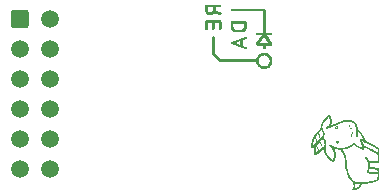
<source format=gbs>
G04*
G04 #@! TF.GenerationSoftware,Altium Limited,Altium Designer,22.4.2 (48)*
G04*
G04 Layer_Color=16711935*
%FSLAX44Y44*%
%MOMM*%
G71*
G04*
G04 #@! TF.SameCoordinates,0052537D-BEB4-46D3-A19B-1C4CA2F22292*
G04*
G04*
G04 #@! TF.FilePolarity,Negative*
G04*
G01*
G75*
%ADD30C,1.5000*%
G04:AMPARAMS|DCode=31|XSize=1.5mm|YSize=1.5mm|CornerRadius=0.1875mm|HoleSize=0mm|Usage=FLASHONLY|Rotation=270.000|XOffset=0mm|YOffset=0mm|HoleType=Round|Shape=RoundedRectangle|*
%AMROUNDEDRECTD31*
21,1,1.5000,1.1250,0,0,270.0*
21,1,1.1250,1.5000,0,0,270.0*
1,1,0.3750,-0.5625,-0.5625*
1,1,0.3750,-0.5625,0.5625*
1,1,0.3750,0.5625,0.5625*
1,1,0.3750,0.5625,-0.5625*
%
%ADD31ROUNDEDRECTD31*%
G36*
X-178185Y75274D02*
X-166707D01*
Y75274D01*
X-166707D01*
X-166707D01*
D01*
X-166609Y75277D01*
X-166413Y75249D01*
X-166225Y75188D01*
X-166050Y75096D01*
X-165972Y75036D01*
X-165972D01*
X-165905Y74981D01*
X-165790Y74852D01*
X-165697Y74707D01*
X-165627Y74550D01*
X-165605Y74466D01*
X-165605D01*
X-165570Y74342D01*
X-165553Y74084D01*
X-165588Y73828D01*
X-165675Y73585D01*
X-165743Y73474D01*
X-165820Y73355D01*
X-166032Y73163D01*
X-166286Y73032D01*
X-166565Y72972D01*
X-166707Y72978D01*
X-170581D01*
Y70898D01*
X-170581Y70898D01*
X-170581Y70862D01*
X-170582Y70791D01*
X-170584Y70719D01*
X-170588Y70647D01*
X-170590Y70612D01*
X-170592Y70594D01*
X-170594Y70558D01*
X-170597Y70523D01*
X-170600Y70488D01*
X-170602Y70470D01*
X-170604Y70452D01*
X-170607Y70417D01*
X-170611Y70382D01*
X-170615Y70347D01*
X-170617Y70330D01*
X-170619Y70312D01*
X-170623Y70277D01*
X-170628Y70243D01*
X-170633Y70208D01*
X-170635Y70191D01*
X-166340Y68759D01*
Y68759D01*
Y68759D01*
X-166243Y68732D01*
X-166062Y68646D01*
X-165899Y68530D01*
X-165758Y68387D01*
X-165701Y68304D01*
X-165701Y68304D01*
X-165653Y68231D01*
X-165583Y68071D01*
X-165538Y67902D01*
X-165521Y67728D01*
X-165527Y67641D01*
X-165532Y67510D01*
X-165598Y67257D01*
X-165715Y67022D01*
X-165877Y66817D01*
X-165977Y66733D01*
X-165977Y66733D01*
X-165978Y66733D01*
X-166091Y66643D01*
X-166358Y66529D01*
X-166644Y66489D01*
X-166932Y66526D01*
X-167065Y66581D01*
X-171608Y68093D01*
Y68093D01*
X-171907Y67735D01*
X-172644Y67161D01*
X-173485Y66755D01*
X-174393Y66536D01*
X-174860Y66525D01*
X-174872Y66524D01*
X-174897Y66523D01*
X-174921Y66522D01*
X-174946Y66522D01*
X-174958Y66522D01*
X-175385Y66524D01*
X-176223Y66692D01*
X-177012Y67019D01*
X-177724Y67491D01*
X-178332Y68092D01*
X-178812Y68798D01*
X-179147Y69584D01*
X-179325Y70420D01*
X-179332Y70847D01*
X-179332Y70853D01*
X-179333Y70866D01*
X-179333Y70879D01*
X-179333Y70892D01*
Y70898D01*
Y73941D01*
X-179333D01*
X-179334Y73946D01*
X-179335Y73956D01*
X-179337Y73966D01*
X-179338Y73976D01*
X-179338Y73981D01*
X-179339Y73984D01*
X-179339Y73989D01*
X-179340Y73994D01*
X-179340Y73999D01*
X-179340Y74001D01*
Y74001D01*
X-179340Y74004D01*
X-179341Y74009D01*
X-179341Y74014D01*
X-179341Y74019D01*
X-179342Y74022D01*
X-179342Y74024D01*
X-179342Y74029D01*
X-179342Y74034D01*
X-179342Y74040D01*
X-179343Y74042D01*
X-179343Y74062D01*
X-179344Y74083D01*
X-179344Y74103D01*
X-179344Y74123D01*
X-179344Y74144D01*
X-179349D01*
X-179349Y74144D01*
X-179345Y74372D01*
X-179164Y74791D01*
X-178837Y75108D01*
X-178413Y75277D01*
X-178185Y75274D01*
D02*
G37*
G36*
X-129203Y72059D02*
X-128930Y71974D01*
X-128686Y71825D01*
X-128586Y71723D01*
X-128482Y71624D01*
X-128330Y71379D01*
X-128244Y71104D01*
X-128229Y70816D01*
X-128256Y70675D01*
Y51601D01*
X-123665D01*
Y51601D01*
X-123434Y51611D01*
X-123003Y51442D01*
X-122676Y51115D01*
X-122508Y50684D01*
X-122518Y50452D01*
X-122518D01*
X-122517Y50367D01*
X-122540Y50196D01*
X-122587Y50031D01*
X-122656Y49874D01*
X-122701Y49801D01*
X-122701D01*
X-122779Y49681D01*
X-122990Y49490D01*
X-123244Y49359D01*
X-123523Y49299D01*
X-123665Y49305D01*
X-127259D01*
X-122814Y42637D01*
X-122673Y42490D01*
X-122511Y42116D01*
X-122487Y41709D01*
X-122605Y41319D01*
X-122727Y41156D01*
X-122727Y41156D01*
Y41156D01*
X-122820Y41028D01*
X-123070Y40831D01*
X-123364Y40709D01*
X-123680Y40672D01*
X-123837Y40697D01*
X-128257Y40697D01*
Y38617D01*
Y38617D01*
X-128252Y38517D01*
X-128276Y38318D01*
X-128335Y38126D01*
X-128426Y37948D01*
X-128486Y37868D01*
Y37868D01*
X-128486D01*
X-128541Y37799D01*
X-128670Y37682D01*
X-128816Y37587D01*
X-128975Y37515D01*
X-129060Y37493D01*
X-129060Y37493D01*
X-129186Y37457D01*
X-129447Y37439D01*
X-129706Y37476D01*
X-129952Y37565D01*
X-130064Y37633D01*
Y37633D01*
X-130185Y37713D01*
X-130377Y37929D01*
X-130506Y38189D01*
X-130562Y38472D01*
X-130552Y38617D01*
X-130552Y40697D01*
X-134984D01*
Y40697D01*
X-135159Y40672D01*
X-135506Y40727D01*
X-135822Y40885D01*
X-136075Y41129D01*
X-136160Y41284D01*
X-136196Y41350D01*
X-136252Y41490D01*
X-136290Y41637D01*
X-136308Y41787D01*
X-136307Y41862D01*
X-136306Y41966D01*
X-136265Y42169D01*
X-136189Y42362D01*
X-136080Y42538D01*
X-136010Y42614D01*
X-131549Y49305D01*
X-135143D01*
Y49305D01*
Y49305D01*
X-135376Y49302D01*
X-135807Y49477D01*
X-136136Y49806D01*
X-136311Y50238D01*
X-136307Y50471D01*
X-136307D01*
X-136304Y50699D01*
X-136123Y51118D01*
X-135795Y51436D01*
X-135371Y51604D01*
X-135143Y51601D01*
X-130552D01*
Y69750D01*
X-156664D01*
X-156897Y69747D01*
X-157328Y69922D01*
X-157657Y70251D01*
X-157831Y70683D01*
X-157828Y70915D01*
X-157828Y70915D01*
X-157825Y71143D01*
X-157644Y71562D01*
X-157316Y71880D01*
X-156892Y72049D01*
X-156664Y72046D01*
X-129628D01*
X-129488Y72073D01*
X-129203Y72059D01*
D02*
G37*
G36*
X-166576Y61998D02*
X-166577D01*
X-166576Y61998D01*
Y61998D01*
D02*
G37*
G36*
X-166366Y61950D02*
D01*
D01*
D01*
D01*
X-166366Y61950D01*
X-166366Y61950D01*
D02*
G37*
G36*
X-166111Y61836D02*
X-166111Y61836D01*
D01*
X-166111Y61836D01*
D02*
G37*
G36*
X-178185Y62006D02*
X-166707Y62006D01*
X-166704Y62006D01*
X-166701Y62005D01*
X-166699Y62005D01*
X-166697Y62005D01*
X-166696Y62005D01*
X-166696D01*
X-166696Y62005D01*
X-166688Y62005D01*
X-166672Y62004D01*
X-166655Y62004D01*
X-166639Y62003D01*
X-166631Y62002D01*
X-166631D01*
X-166628Y62002D01*
X-166621Y62002D01*
X-166614Y62001D01*
X-166607Y62000D01*
X-166604Y62000D01*
X-166599Y62000D01*
X-166594Y61999D01*
X-166588Y61999D01*
X-166583Y61998D01*
X-166577Y61998D01*
D01*
X-166574Y61997D01*
X-166568Y61997D01*
X-166563Y61996D01*
X-166557Y61995D01*
X-166554Y61995D01*
X-166549Y61994D01*
X-166544Y61993D01*
X-166539Y61992D01*
X-166534Y61991D01*
X-166528Y61990D01*
X-166522Y61989D01*
X-166522Y61989D01*
X-166520Y61989D01*
X-166514Y61988D01*
X-166508Y61987D01*
X-166503Y61986D01*
X-166500Y61985D01*
X-166495Y61984D01*
X-166490Y61983D01*
X-166485Y61982D01*
X-166480Y61981D01*
X-166474Y61980D01*
X-166468Y61979D01*
Y61979D01*
X-166466Y61978D01*
X-166461Y61977D01*
X-166457Y61976D01*
X-166453Y61975D01*
X-166451Y61975D01*
X-166446Y61974D01*
X-166441Y61972D01*
X-166436Y61971D01*
X-166431Y61969D01*
X-166425Y61968D01*
X-166420Y61967D01*
X-166420Y61966D01*
X-166419Y61966D01*
X-166418Y61966D01*
X-166416Y61965D01*
X-166414Y61965D01*
X-166414Y61965D01*
X-166414Y61965D01*
X-166414D01*
X-166414Y61965D01*
Y61965D01*
D01*
X-166411Y61965D01*
X-166407Y61963D01*
X-166403Y61962D01*
X-166399Y61961D01*
X-166396Y61960D01*
X-166391Y61959D01*
X-166387Y61957D01*
X-166382Y61955D01*
X-166376Y61954D01*
X-166371Y61952D01*
X-166371D01*
Y61952D01*
X-166371Y61952D01*
X-166369Y61951D01*
X-166368Y61951D01*
X-166366Y61951D01*
X-166366Y61950D01*
Y61950D01*
X-166365Y61950D01*
X-166363Y61950D01*
X-166362Y61949D01*
X-166360Y61949D01*
X-166359Y61949D01*
X-166359D01*
X-166357Y61948D01*
X-166353Y61947D01*
X-166348Y61946D01*
X-166344Y61944D01*
X-166342Y61943D01*
X-166337Y61941D01*
X-166332Y61940D01*
X-166327Y61938D01*
X-166322Y61936D01*
X-166317Y61934D01*
X-166317D01*
X-166317Y61934D01*
X-166316Y61934D01*
X-166315Y61933D01*
X-166313Y61933D01*
X-166312Y61932D01*
X-166311Y61932D01*
X-166311Y61932D01*
X-166311Y61932D01*
X-166309Y61931D01*
X-166307Y61931D01*
X-166306Y61930D01*
X-166305Y61930D01*
X-166305Y61930D01*
X-166303Y61929D01*
X-166299Y61928D01*
X-166294Y61926D01*
X-166290Y61924D01*
X-166288Y61923D01*
X-166288Y61923D01*
X-166287Y61923D01*
X-166286Y61923D01*
X-166285Y61922D01*
X-166283Y61922D01*
X-166283Y61921D01*
X-166278Y61919D01*
X-166268Y61915D01*
X-166268D01*
X-166267Y61914D01*
X-166266Y61914D01*
X-166265Y61913D01*
X-166263Y61913D01*
X-166263Y61912D01*
Y61912D01*
X-166262Y61912D01*
X-166261Y61911D01*
X-166259Y61911D01*
X-166258Y61910D01*
X-166257Y61910D01*
X-166257Y61910D01*
X-166256Y61910D01*
X-166255Y61909D01*
X-166253Y61908D01*
X-166252Y61908D01*
X-166251Y61908D01*
Y61908D01*
X-166248Y61907D01*
X-166244Y61905D01*
X-166240Y61904D01*
X-166236Y61902D01*
X-166234Y61901D01*
X-166233Y61901D01*
X-166232Y61900D01*
X-166230Y61899D01*
X-166229Y61899D01*
X-166229Y61898D01*
X-166224Y61896D01*
X-166219Y61894D01*
X-166214Y61891D01*
X-166214Y61891D01*
X-166213Y61891D01*
X-166212Y61890D01*
X-166210Y61890D01*
X-166209Y61889D01*
X-166208Y61889D01*
X-166208Y61888D01*
X-166206Y61888D01*
X-166205Y61887D01*
X-166203Y61887D01*
X-166203Y61886D01*
Y61886D01*
X-166202Y61886D01*
X-166200Y61885D01*
X-166199Y61885D01*
X-166197Y61884D01*
X-166196Y61884D01*
X-166194Y61883D01*
X-166190Y61881D01*
X-166185Y61879D01*
X-166181Y61877D01*
X-166179Y61876D01*
X-166179Y61875D01*
X-166177Y61875D01*
X-166176Y61874D01*
X-166175Y61873D01*
X-166174Y61873D01*
X-166169Y61870D01*
X-166164Y61868D01*
X-166159Y61865D01*
Y61865D01*
X-166159Y61865D01*
X-166157Y61864D01*
X-166156Y61863D01*
X-166155Y61862D01*
X-166154Y61862D01*
Y61862D01*
X-166153Y61862D01*
X-166152Y61861D01*
X-166150Y61860D01*
X-166149Y61859D01*
X-166148Y61859D01*
X-166147Y61859D01*
X-166146Y61858D01*
X-166144Y61857D01*
X-166143Y61857D01*
X-166142Y61856D01*
Y61856D01*
X-166141Y61856D01*
X-166139Y61854D01*
X-166137Y61853D01*
X-166136Y61851D01*
X-166134Y61851D01*
X-166134Y61850D01*
X-166133Y61850D01*
X-166132Y61849D01*
X-166131Y61848D01*
X-166130Y61848D01*
X-166125Y61845D01*
X-166120Y61842D01*
X-166115Y61839D01*
X-166115D01*
X-166115Y61839D01*
X-166115Y61839D01*
X-166114Y61838D01*
X-166112Y61838D01*
X-166111Y61837D01*
X-166111Y61836D01*
Y61836D01*
X-166110Y61836D01*
X-166109Y61835D01*
X-166108Y61835D01*
X-166107Y61834D01*
X-166106Y61834D01*
X-166106Y61834D01*
Y61834D01*
X-166106Y61833D01*
X-166105Y61832D01*
X-166104Y61832D01*
X-166103Y61831D01*
X-166102Y61831D01*
Y61831D01*
X-166102Y61830D01*
X-166101Y61830D01*
X-166100Y61829D01*
X-166099Y61828D01*
X-166099Y61828D01*
Y61828D01*
X-166099D01*
X-166096Y61827D01*
X-166092Y61824D01*
X-166088Y61822D01*
X-166084Y61819D01*
X-166082Y61818D01*
Y61818D01*
X-166081Y61818D01*
X-166080Y61817D01*
X-166078Y61816D01*
X-166077Y61815D01*
X-166076Y61815D01*
X-166071Y61812D01*
X-166067Y61808D01*
X-166061Y61805D01*
X-166062D01*
X-166061Y61805D01*
X-166060Y61804D01*
X-166058Y61803D01*
X-166057Y61802D01*
X-166056Y61802D01*
Y61802D01*
X-166056Y61801D01*
X-166054Y61800D01*
X-166053Y61800D01*
X-166051Y61799D01*
X-166051Y61798D01*
Y61798D01*
X-166050Y61798D01*
X-166048Y61797D01*
X-166047Y61796D01*
X-166045Y61795D01*
X-166044Y61795D01*
X-166044Y61795D01*
X-166043Y61794D01*
X-166042Y61792D01*
X-166040Y61791D01*
X-166038Y61789D01*
X-166037Y61788D01*
X-166036Y61788D01*
X-166035Y61787D01*
X-166034Y61786D01*
X-166033Y61786D01*
X-166032Y61785D01*
X-166028Y61782D01*
X-166023Y61778D01*
X-166018Y61775D01*
Y61775D01*
X-166017Y61775D01*
X-166016Y61774D01*
X-166015Y61773D01*
X-166014Y61772D01*
X-166013Y61772D01*
X-166012Y61771D01*
X-166011Y61771D01*
X-166010Y61770D01*
X-166009Y61769D01*
X-166009Y61768D01*
X-166008Y61768D01*
X-166007Y61767D01*
X-166006Y61766D01*
X-166005Y61765D01*
X-166004Y61765D01*
X-166005Y61765D01*
X-166004Y61765D01*
X-166003Y61764D01*
X-166002Y61763D01*
X-166001Y61762D01*
X-166001Y61762D01*
X-166001Y61762D01*
X-166000Y61761D01*
X-165998Y61759D01*
X-165996Y61757D01*
X-165994Y61755D01*
X-165993Y61754D01*
X-165993Y61754D01*
X-165993Y61754D01*
X-165993Y61754D01*
X-165992Y61753D01*
X-165991Y61752D01*
X-165989Y61751D01*
X-165989Y61750D01*
X-165984Y61747D01*
X-165979Y61743D01*
X-165974Y61739D01*
X-165974Y61739D01*
X-165974Y61739D01*
X-165973Y61738D01*
X-165971Y61737D01*
X-165970Y61736D01*
X-165970Y61735D01*
X-165970Y61735D01*
X-165970Y61735D01*
X-165969Y61735D01*
X-165968Y61734D01*
X-165967Y61733D01*
X-165966Y61732D01*
X-165965Y61732D01*
X-165965D01*
X-165965Y61731D01*
X-165963Y61730D01*
X-165963Y61729D01*
X-165961Y61728D01*
X-165961Y61728D01*
X-165961Y61728D01*
X-165961Y61727D01*
X-165960Y61726D01*
X-165959Y61725D01*
X-165958Y61724D01*
X-165958Y61724D01*
X-165958D01*
X-165957Y61723D01*
X-165955Y61721D01*
X-165953Y61719D01*
X-165951Y61717D01*
X-165950Y61716D01*
X-165949Y61716D01*
X-165948Y61715D01*
X-165947Y61714D01*
X-165946Y61713D01*
X-165945Y61713D01*
X-165941Y61709D01*
X-165936Y61706D01*
X-165931Y61702D01*
Y61702D01*
X-165930Y61701D01*
X-165929Y61701D01*
X-165928Y61700D01*
X-165927Y61699D01*
X-165926Y61698D01*
X-165926Y61698D01*
X-165924Y61697D01*
X-165923Y61696D01*
X-165922Y61695D01*
X-165922Y61694D01*
Y61694D01*
X-165921Y61694D01*
X-165920Y61693D01*
X-165919Y61692D01*
X-165918Y61691D01*
X-165918Y61691D01*
X-165917Y61690D01*
X-165916Y61689D01*
X-165915Y61688D01*
X-165914Y61687D01*
X-165914Y61687D01*
X-165914Y61687D01*
X-165913Y61686D01*
X-165911Y61684D01*
X-165909Y61682D01*
X-165907Y61680D01*
X-165906Y61679D01*
Y61679D01*
X-165906Y61678D01*
X-165905Y61677D01*
X-165904Y61676D01*
X-165903Y61675D01*
X-165902Y61675D01*
X-165902D01*
X-165901Y61674D01*
X-165900Y61673D01*
X-165899Y61672D01*
X-165898Y61671D01*
X-165897Y61670D01*
X-165892Y61666D01*
X-165887Y61662D01*
X-165887D01*
X-165887Y61662D01*
X-165886Y61660D01*
X-165884Y61659D01*
X-165883Y61658D01*
X-165883Y61658D01*
X-165883Y61658D01*
X-165882Y61657D01*
X-165881Y61656D01*
X-165880Y61655D01*
X-165879Y61654D01*
X-165878Y61654D01*
X-165878D01*
X-165878Y61653D01*
X-165877Y61652D01*
X-165876Y61651D01*
X-165875Y61650D01*
X-165874Y61649D01*
X-165874Y61649D01*
X-165873Y61648D01*
X-165872Y61647D01*
X-165871Y61646D01*
X-165871Y61645D01*
X-165858Y61628D01*
X-165848Y61615D01*
X-165838Y61602D01*
X-165825Y61585D01*
X-165815Y61571D01*
X-165805Y61557D01*
X-165792Y61539D01*
X-165783Y61525D01*
X-165773Y61511D01*
X-165760Y61493D01*
X-165750Y61478D01*
X-165740Y61464D01*
Y61464D01*
X-165736Y61458D01*
X-165728Y61445D01*
X-165720Y61432D01*
X-165712Y61420D01*
X-165708Y61413D01*
X-165707Y61412D01*
X-165706Y61410D01*
X-165705Y61407D01*
X-165704Y61405D01*
X-165704Y61403D01*
X-165702Y61398D01*
X-165700Y61393D01*
X-165698Y61388D01*
X-165698Y61388D01*
X-165697Y61386D01*
X-165697Y61385D01*
X-165696Y61384D01*
X-165696Y61383D01*
X-165696Y61383D01*
X-165695Y61382D01*
X-165695Y61380D01*
X-165694Y61379D01*
X-165694Y61378D01*
X-165694Y61378D01*
X-165693Y61377D01*
X-165693Y61375D01*
X-165692Y61374D01*
X-165692Y61373D01*
X-165691Y61373D01*
X-165691Y61371D01*
X-165690Y61370D01*
X-165689Y61369D01*
X-165689Y61368D01*
X-165689Y61368D01*
X-165688Y61366D01*
X-165687Y61365D01*
X-165686Y61364D01*
X-165686Y61363D01*
X-165686Y61363D01*
X-165685Y61362D01*
X-165684Y61360D01*
X-165683Y61357D01*
X-165682Y61354D01*
X-165682Y61353D01*
X-165680Y61348D01*
X-165678Y61343D01*
X-165676Y61338D01*
X-165676D01*
Y61338D01*
X-165676Y61337D01*
X-165676Y61336D01*
X-165675Y61335D01*
X-165675Y61333D01*
X-165674Y61333D01*
X-165674Y61333D01*
X-165674Y61333D01*
X-165674Y61332D01*
X-165674Y61331D01*
X-165673Y61329D01*
X-165673Y61328D01*
X-165672Y61327D01*
X-165672Y61327D01*
X-165671Y61325D01*
X-165671Y61324D01*
X-165670Y61323D01*
X-165670Y61322D01*
X-165670Y61322D01*
X-165669Y61320D01*
X-165668Y61319D01*
X-165668Y61318D01*
X-165667Y61317D01*
X-165667Y61316D01*
X-165666Y61315D01*
X-165665Y61314D01*
X-165665Y61312D01*
X-165664Y61312D01*
X-165664Y61312D01*
D01*
X-165664D01*
X-165664D01*
X-165664Y61311D01*
X-165663Y61308D01*
X-165662Y61305D01*
X-165661Y61302D01*
X-165660Y61301D01*
X-165658Y61296D01*
X-165657Y61290D01*
X-165655Y61285D01*
X-165655Y61284D01*
X-165654Y61283D01*
X-165653Y61281D01*
X-165653Y61280D01*
X-165653Y61279D01*
X-165653Y61279D01*
X-165653Y61279D01*
X-165652Y61277D01*
X-165651Y61276D01*
X-165651Y61274D01*
X-165651Y61274D01*
X-165650Y61273D01*
X-165650Y61272D01*
X-165649Y61270D01*
X-165648Y61269D01*
X-165648Y61268D01*
X-165648D01*
X-165648Y61268D01*
X-165647Y61266D01*
X-165647Y61265D01*
X-165646Y61264D01*
X-165646Y61263D01*
X-165645Y61262D01*
X-165644Y61261D01*
X-165644Y61259D01*
X-165643Y61258D01*
X-165643Y61257D01*
X-165643Y61257D01*
X-165642Y61256D01*
X-165641Y61253D01*
X-165640Y61251D01*
X-165639Y61248D01*
X-165639Y61247D01*
X-165637Y61242D01*
X-165635Y61237D01*
X-165633Y61232D01*
X-165633D01*
X-165633Y61231D01*
X-165632Y61230D01*
X-165632Y61228D01*
X-165631Y61227D01*
X-165631Y61226D01*
X-165631Y61226D01*
X-165630Y61224D01*
X-165630Y61223D01*
X-165629Y61222D01*
X-165629Y61221D01*
X-165629D01*
X-165629Y61220D01*
X-165628Y61219D01*
X-165627Y61218D01*
X-165627Y61217D01*
X-165627Y61216D01*
X-165626Y61215D01*
X-165626Y61214D01*
X-165625Y61213D01*
X-165624Y61211D01*
X-165624Y61211D01*
X-165624D01*
X-165623Y61210D01*
X-165623Y61209D01*
X-165622Y61207D01*
X-165621Y61206D01*
X-165621Y61206D01*
X-165621D01*
X-165620Y61204D01*
X-165619Y61201D01*
X-165618Y61198D01*
X-165617Y61196D01*
X-165617Y61194D01*
X-165615Y61188D01*
X-165613Y61183D01*
X-165611Y61177D01*
X-165611Y61177D01*
X-165611Y61176D01*
X-165611Y61175D01*
X-165610Y61173D01*
X-165609Y61172D01*
X-165609Y61171D01*
X-165609Y61170D01*
X-165609Y61169D01*
X-165608Y61167D01*
X-165607Y61166D01*
X-165607Y61165D01*
X-165607D01*
X-165607Y61164D01*
X-165606Y61163D01*
X-165606Y61162D01*
X-165605Y61160D01*
X-165605Y61159D01*
Y61160D01*
X-165604Y61159D01*
X-165604Y61157D01*
X-165603Y61156D01*
X-165602Y61154D01*
X-165602Y61154D01*
X-165602Y61154D01*
X-165602Y61153D01*
X-165601Y61151D01*
X-165600Y61150D01*
X-165599Y61149D01*
X-165599Y61148D01*
X-165597Y61137D01*
X-165596Y61132D01*
X-165595Y61126D01*
X-165594Y61121D01*
X-165592Y61116D01*
X-165591Y61111D01*
X-165590Y61105D01*
X-165589Y61100D01*
X-165588Y61094D01*
X-165586Y61083D01*
X-165585Y61077D01*
X-165584Y61071D01*
X-165582Y61060D01*
X-165581Y61054D01*
X-165579Y61048D01*
X-165578Y61042D01*
X-165577Y61036D01*
X-165577D01*
X-165577Y61035D01*
X-165577Y61032D01*
X-165576Y61029D01*
X-165576Y61026D01*
X-165576Y61025D01*
X-165575Y61019D01*
X-165575Y61013D01*
X-165574Y61007D01*
X-165573Y61002D01*
X-165573Y60996D01*
X-165572Y60990D01*
X-165572D01*
X-165572Y60990D01*
X-165572Y60989D01*
X-165572Y60988D01*
X-165571Y60986D01*
X-165571Y60985D01*
X-165571Y60984D01*
X-165571Y60984D01*
X-165571Y60984D01*
X-165571Y60982D01*
X-165571Y60981D01*
X-165570Y60979D01*
X-165570Y60978D01*
X-165570Y60978D01*
X-165569Y60972D01*
X-165568Y60958D01*
X-165567Y60944D01*
X-165567Y60931D01*
X-165567Y60924D01*
X-165566Y60917D01*
X-165565Y60904D01*
X-165565Y60891D01*
X-165564Y60878D01*
X-165564Y60871D01*
X-165564Y60858D01*
Y55119D01*
X-165561Y55021D01*
X-165589Y54825D01*
X-165650Y54637D01*
X-165742Y54463D01*
X-165802Y54385D01*
X-165857Y54318D01*
X-165986Y54203D01*
X-166131Y54109D01*
X-166289Y54039D01*
X-166372Y54017D01*
Y54017D01*
X-166496Y53982D01*
X-166754Y53965D01*
X-167010Y54001D01*
X-167254Y54088D01*
X-167364Y54155D01*
Y54155D01*
X-167364Y54155D01*
X-167484Y54233D01*
X-167675Y54444D01*
X-167806Y54698D01*
X-167866Y54977D01*
X-167860Y55119D01*
X-167860Y55119D01*
Y59710D01*
X-171303D01*
Y55119D01*
X-171298Y55019D01*
X-171322Y54820D01*
X-171381Y54629D01*
X-171472Y54450D01*
X-171532Y54370D01*
X-171587Y54302D01*
X-171716Y54184D01*
X-171862Y54089D01*
X-172022Y54018D01*
X-172106Y53995D01*
Y53995D01*
X-172232Y53960D01*
X-172493Y53942D01*
X-172752Y53978D01*
X-172999Y54067D01*
X-173110Y54136D01*
X-173231Y54215D01*
X-173423Y54432D01*
X-173552Y54691D01*
X-173608Y54975D01*
X-173598Y55119D01*
X-173598Y59710D01*
X-177042D01*
Y55119D01*
X-177042D01*
X-177034Y54889D01*
X-177204Y54461D01*
X-177531Y54136D01*
X-177960Y53969D01*
X-178190Y53978D01*
X-178276Y53978D01*
X-178445Y54001D01*
X-178610Y54047D01*
X-178767Y54116D01*
X-178840Y54161D01*
X-178959Y54238D01*
X-179150Y54448D01*
X-179281Y54700D01*
X-179343Y54977D01*
X-179338Y55119D01*
Y60673D01*
X-179338D01*
X-179338Y60678D01*
X-179340Y60688D01*
X-179341Y60698D01*
X-179342Y60708D01*
X-179343Y60713D01*
X-179343Y60715D01*
X-179344Y60721D01*
X-179344Y60726D01*
X-179345Y60731D01*
X-179345Y60733D01*
X-179345D01*
X-179345Y60736D01*
X-179345Y60741D01*
X-179346Y60746D01*
X-179346Y60751D01*
X-179346Y60753D01*
Y60753D01*
X-179346Y60756D01*
X-179347Y60761D01*
X-179347Y60766D01*
X-179347Y60771D01*
X-179347Y60774D01*
X-179348Y60794D01*
X-179348Y60814D01*
X-179348Y60835D01*
X-179349Y60855D01*
Y60875D01*
X-179349D01*
X-179349Y60875D01*
X-179345Y61104D01*
X-179164Y61522D01*
X-178837Y61840D01*
X-178413Y62009D01*
X-178185Y62006D01*
D02*
G37*
G36*
X-144713Y61178D02*
X-144713D01*
X-144713D01*
D01*
D02*
G37*
G36*
X-144628Y61137D02*
X-144628D01*
Y61137D01*
X-144628Y61137D01*
D02*
G37*
G36*
X-144113Y60562D02*
Y60562D01*
X-144113Y60562D01*
X-144113Y60562D01*
D02*
G37*
G36*
X-156445Y61283D02*
X-145186D01*
X-145181Y61283D01*
X-145179Y61283D01*
X-145177Y61283D01*
X-145175Y61282D01*
X-145173Y61282D01*
X-145165Y61282D01*
X-145153Y61282D01*
Y61282D01*
Y61282D01*
X-145151Y61282D01*
X-145147Y61281D01*
X-145143Y61281D01*
X-145140Y61281D01*
X-145138Y61281D01*
X-145133Y61281D01*
X-145128Y61280D01*
X-145122Y61280D01*
X-145117Y61280D01*
X-145110Y61279D01*
X-145110D01*
X-145107Y61279D01*
X-145100Y61279D01*
X-145093Y61278D01*
X-145087Y61278D01*
X-145083Y61277D01*
X-145078Y61277D01*
X-145073Y61276D01*
X-145068Y61276D01*
X-145062Y61275D01*
X-145056Y61275D01*
X-145056D01*
Y61275D01*
X-145053Y61274D01*
X-145048Y61274D01*
X-145042Y61273D01*
X-145037Y61272D01*
X-145034Y61272D01*
X-145029Y61271D01*
X-145024Y61270D01*
X-145019Y61269D01*
X-145014Y61268D01*
X-145008Y61267D01*
X-145002Y61266D01*
X-144999Y61266D01*
X-144993Y61265D01*
X-144988Y61264D01*
X-144982Y61263D01*
X-144979Y61262D01*
X-144975Y61261D01*
X-144970Y61260D01*
X-144965Y61259D01*
X-144959Y61258D01*
X-144954Y61257D01*
X-144948Y61256D01*
X-144948Y61256D01*
X-144945Y61255D01*
X-144941Y61255D01*
X-144937Y61253D01*
X-144932Y61252D01*
X-144930Y61252D01*
Y61252D01*
X-144925Y61251D01*
X-144920Y61249D01*
X-144915Y61248D01*
X-144910Y61246D01*
X-144905Y61245D01*
X-144899Y61243D01*
X-144899Y61243D01*
X-144897Y61242D01*
X-144895Y61242D01*
X-144894Y61242D01*
X-144893Y61241D01*
X-144891Y61241D01*
X-144887Y61240D01*
X-144882Y61239D01*
X-144878Y61238D01*
X-144876Y61237D01*
X-144871Y61235D01*
X-144866Y61234D01*
X-144861Y61232D01*
X-144856Y61231D01*
X-144851Y61229D01*
X-144845Y61227D01*
X-144844Y61227D01*
X-144843Y61227D01*
X-144841Y61226D01*
X-144840Y61226D01*
X-144839Y61226D01*
Y61226D01*
X-144839D01*
X-144837Y61225D01*
X-144832Y61224D01*
X-144828Y61223D01*
X-144824Y61221D01*
X-144822Y61220D01*
X-144821Y61220D01*
X-144820Y61220D01*
X-144818Y61219D01*
X-144817Y61219D01*
X-144817Y61218D01*
X-144812Y61216D01*
X-144807Y61214D01*
X-144802Y61213D01*
X-144796Y61210D01*
X-144796Y61210D01*
X-144794Y61210D01*
X-144793Y61209D01*
X-144791Y61209D01*
X-144791Y61209D01*
X-144790Y61208D01*
X-144789Y61208D01*
X-144787Y61207D01*
X-144785Y61207D01*
X-144785Y61206D01*
X-144782Y61206D01*
X-144778Y61204D01*
X-144774Y61203D01*
X-144769Y61201D01*
X-144767Y61200D01*
X-144767Y61200D01*
X-144766Y61199D01*
X-144764Y61199D01*
X-144763Y61198D01*
X-144762Y61198D01*
X-144757Y61196D01*
X-144753Y61194D01*
X-144747Y61192D01*
X-144747Y61191D01*
X-144746Y61191D01*
X-144744Y61190D01*
X-144743Y61190D01*
X-144742Y61189D01*
X-144741Y61189D01*
X-144740Y61189D01*
X-144739Y61188D01*
X-144737Y61188D01*
X-144736Y61187D01*
X-144736D01*
X-144736Y61187D01*
X-144734Y61186D01*
X-144733Y61186D01*
X-144731Y61185D01*
X-144730Y61185D01*
Y61185D01*
X-144728Y61184D01*
X-144724Y61182D01*
X-144719Y61181D01*
X-144715Y61178D01*
X-144713Y61178D01*
X-144713Y61178D01*
X-144712Y61177D01*
X-144711Y61177D01*
X-144710Y61176D01*
X-144709Y61175D01*
X-144708Y61175D01*
X-144703Y61172D01*
X-144698Y61170D01*
X-144693Y61167D01*
X-144693D01*
X-144692Y61167D01*
X-144691Y61166D01*
X-144690Y61166D01*
X-144689Y61165D01*
X-144688Y61165D01*
X-144687Y61164D01*
X-144686Y61164D01*
X-144684Y61163D01*
X-144683Y61162D01*
X-144682Y61162D01*
Y61162D01*
X-144681Y61162D01*
X-144680Y61161D01*
X-144678Y61160D01*
X-144677Y61160D01*
X-144676Y61159D01*
X-144674Y61159D01*
X-144669Y61157D01*
X-144665Y61155D01*
X-144661Y61153D01*
X-144659Y61152D01*
X-144659Y61152D01*
X-144658Y61152D01*
X-144657Y61151D01*
X-144656Y61150D01*
X-144654Y61150D01*
X-144654Y61150D01*
X-144649Y61147D01*
X-144644Y61144D01*
X-144639Y61142D01*
X-144638Y61142D01*
X-144637Y61141D01*
X-144636Y61140D01*
X-144634Y61140D01*
X-144634Y61139D01*
X-144634Y61139D01*
X-144633Y61139D01*
X-144631Y61138D01*
X-144630Y61138D01*
X-144629Y61137D01*
X-144628Y61137D01*
Y61137D01*
X-144627Y61136D01*
X-144626Y61136D01*
X-144624Y61135D01*
X-144622Y61134D01*
X-144622Y61134D01*
X-144622D01*
X-144619Y61133D01*
X-144615Y61131D01*
X-144611Y61129D01*
X-144607Y61126D01*
X-144604Y61125D01*
X-144604Y61125D01*
X-144604Y61125D01*
X-144602Y61124D01*
X-144601Y61123D01*
X-144600Y61122D01*
X-144599Y61122D01*
X-144594Y61119D01*
X-144590Y61116D01*
X-144585Y61113D01*
Y61113D01*
X-144584Y61112D01*
X-144583Y61112D01*
X-144581Y61111D01*
X-144580Y61110D01*
X-144579Y61110D01*
X-144579Y61109D01*
X-144577Y61108D01*
X-144576Y61108D01*
X-144574Y61107D01*
X-144573Y61106D01*
X-144573Y61106D01*
X-144571Y61105D01*
X-144570Y61104D01*
X-144568Y61104D01*
X-144567Y61103D01*
Y61103D01*
X-144566Y61102D01*
X-144565Y61101D01*
X-144563Y61099D01*
X-144561Y61098D01*
X-144560Y61097D01*
X-144559Y61097D01*
X-144558Y61096D01*
X-144557Y61095D01*
X-144556Y61094D01*
X-144555Y61094D01*
X-144551Y61091D01*
X-144546Y61088D01*
X-144541Y61085D01*
X-144541D01*
X-144540Y61084D01*
X-144539Y61083D01*
X-144538Y61083D01*
X-144537Y61082D01*
X-144536Y61082D01*
Y61082D01*
X-144536Y61081D01*
X-144534Y61080D01*
X-144533Y61080D01*
X-144532Y61079D01*
X-144531Y61078D01*
X-144531Y61078D01*
X-144530Y61077D01*
X-144529Y61076D01*
X-144528Y61076D01*
X-144527Y61075D01*
X-144528D01*
X-144527Y61075D01*
X-144526Y61074D01*
X-144525Y61073D01*
X-144524Y61072D01*
X-144524Y61072D01*
X-144523Y61071D01*
X-144521Y61069D01*
X-144519Y61068D01*
X-144517Y61066D01*
X-144516Y61065D01*
X-144516D01*
X-144516Y61065D01*
X-144515Y61064D01*
X-144514Y61063D01*
X-144512Y61062D01*
X-144512Y61062D01*
X-144507Y61059D01*
X-144502Y61055D01*
X-144497Y61052D01*
Y61052D01*
X-144497Y61051D01*
X-144495Y61051D01*
X-144494Y61050D01*
X-144493Y61049D01*
X-144493Y61048D01*
X-144493D01*
X-144493Y61048D01*
X-144492Y61048D01*
X-144491Y61047D01*
X-144490Y61046D01*
X-144489Y61045D01*
X-144488Y61045D01*
X-144488Y61045D01*
X-144488Y61044D01*
X-144487Y61044D01*
X-144486Y61043D01*
X-144485Y61042D01*
X-144484Y61041D01*
X-144484D01*
X-144484Y61041D01*
X-144484Y61041D01*
X-144483Y61040D01*
X-144482Y61039D01*
X-144481Y61038D01*
X-144480Y61038D01*
X-144480D01*
X-144480Y61037D01*
X-144478Y61035D01*
X-144476Y61033D01*
X-144474Y61032D01*
X-144473Y61031D01*
X-144473Y61031D01*
X-144472Y61030D01*
X-144471Y61029D01*
X-144470Y61028D01*
X-144469Y61028D01*
X-144468Y61027D01*
X-144464Y61024D01*
X-144459Y61020D01*
X-144454Y61016D01*
X-144454Y61016D01*
X-144453Y61016D01*
X-144452Y61015D01*
X-144451Y61014D01*
X-144450Y61013D01*
X-144449Y61013D01*
X-144449Y61012D01*
X-144447Y61011D01*
X-144446Y61010D01*
X-144445Y61009D01*
X-144445Y61009D01*
X-144445D01*
X-144444Y61009D01*
X-144443Y61008D01*
X-144442Y61007D01*
X-144441Y61006D01*
X-144441Y61005D01*
Y61005D01*
X-144440Y61005D01*
X-144439Y61004D01*
X-144438Y61003D01*
X-144438Y61002D01*
X-144437Y61002D01*
X-144437Y61002D01*
X-144436Y61000D01*
X-144434Y60999D01*
X-144432Y60997D01*
X-144430Y60995D01*
X-144429Y60994D01*
X-144429D01*
X-144429Y60993D01*
X-144428Y60992D01*
X-144427Y60991D01*
X-144425Y60990D01*
X-144425Y60990D01*
X-144425Y60990D01*
X-144424Y60989D01*
X-144423Y60988D01*
X-144422Y60988D01*
X-144421Y60986D01*
X-144420Y60986D01*
X-144415Y60982D01*
X-144410Y60978D01*
X-144410D01*
X-144410Y60978D01*
X-144410Y60978D01*
X-144409Y60977D01*
X-144408Y60976D01*
X-144406Y60975D01*
X-144406Y60974D01*
X-144405Y60974D01*
X-144404Y60973D01*
X-144403Y60972D01*
X-144402Y60971D01*
X-144401Y60970D01*
X-144401D01*
X-144401Y60970D01*
X-144400Y60969D01*
X-144399Y60968D01*
X-144398Y60967D01*
X-144397Y60966D01*
Y60966D01*
X-144397Y60966D01*
X-144396Y60965D01*
X-144395Y60964D01*
X-144394Y60963D01*
X-144394Y60962D01*
X-144394Y60962D01*
X-144393Y60961D01*
X-144391Y60959D01*
X-144389Y60957D01*
X-144387Y60955D01*
X-144386Y60954D01*
X-144386Y60954D01*
D01*
X-144386D01*
X-144386D01*
X-144385Y60954D01*
X-144384Y60953D01*
X-144383Y60952D01*
X-144382Y60951D01*
X-144381Y60950D01*
X-144377Y60946D01*
X-144372Y60942D01*
X-144367Y60938D01*
X-144366Y60938D01*
X-144365Y60937D01*
X-144364Y60936D01*
X-144363Y60935D01*
X-144362Y60934D01*
X-144362D01*
X-144362Y60934D01*
X-144361Y60933D01*
X-144360Y60932D01*
X-144358Y60931D01*
X-144358Y60930D01*
Y60930D01*
X-144357Y60930D01*
X-144356Y60929D01*
X-144355Y60928D01*
X-144354Y60927D01*
X-144354Y60926D01*
X-144354D01*
X-144353Y60926D01*
X-144352Y60925D01*
X-144351Y60924D01*
X-144351Y60922D01*
X-144350Y60922D01*
X-144350D01*
X-144349Y60921D01*
X-144347Y60919D01*
X-144346Y60917D01*
X-144344Y60914D01*
X-144342Y60914D01*
X-144342Y60913D01*
X-144342Y60913D01*
X-144341Y60912D01*
X-144340Y60911D01*
X-144339Y60910D01*
X-144338Y60909D01*
X-144338D01*
X-144337Y60909D01*
X-144336Y60908D01*
X-144335Y60906D01*
X-144334Y60905D01*
X-144333Y60905D01*
X-144328Y60901D01*
X-144324Y60896D01*
X-144324Y60896D01*
X-144323Y60896D01*
X-144322Y60894D01*
X-144321Y60893D01*
X-144319Y60892D01*
X-144319Y60892D01*
X-144319Y60892D01*
X-144318Y60891D01*
X-144317Y60890D01*
X-144316Y60889D01*
X-144315Y60888D01*
X-144314Y60887D01*
X-144314Y60887D01*
X-144313Y60886D01*
X-144312Y60884D01*
X-144311Y60883D01*
X-144310Y60883D01*
X-144310Y60882D01*
X-144309Y60881D01*
X-144308Y60880D01*
X-144307Y60879D01*
X-144307Y60878D01*
X-144294Y60861D01*
X-144284Y60848D01*
X-144274Y60835D01*
X-144261Y60816D01*
X-144251Y60802D01*
X-144242Y60788D01*
X-144228Y60769D01*
X-144219Y60755D01*
X-144209Y60740D01*
X-144196Y60721D01*
X-144186Y60707D01*
X-144176Y60692D01*
X-144163Y60671D01*
X-144153Y60655D01*
X-144144Y60640D01*
Y60640D01*
X-144143Y60638D01*
X-144142Y60636D01*
X-144141Y60633D01*
X-144140Y60631D01*
X-144140Y60629D01*
X-144138Y60624D01*
X-144136Y60619D01*
X-144134Y60614D01*
X-144134D01*
X-144134Y60614D01*
X-144134Y60613D01*
X-144134Y60612D01*
X-144133Y60611D01*
X-144133Y60610D01*
X-144132Y60609D01*
X-144132Y60609D01*
X-144132Y60608D01*
X-144131Y60607D01*
X-144131Y60606D01*
X-144130Y60605D01*
X-144130Y60604D01*
X-144130Y60604D01*
X-144130Y60603D01*
X-144129Y60602D01*
X-144129Y60601D01*
X-144128Y60599D01*
X-144128Y60599D01*
X-144128Y60599D01*
X-144128Y60598D01*
X-144127Y60597D01*
X-144126Y60596D01*
X-144125Y60594D01*
X-144125Y60594D01*
X-144125Y60594D01*
X-144125Y60593D01*
X-144124Y60592D01*
X-144123Y60591D01*
X-144122Y60589D01*
X-144122Y60589D01*
X-144122Y60587D01*
X-144121Y60585D01*
X-144120Y60582D01*
X-144118Y60579D01*
X-144118Y60578D01*
X-144116Y60573D01*
X-144114Y60567D01*
X-144113Y60562D01*
X-144113Y60562D01*
X-144112Y60561D01*
X-144112Y60560D01*
X-144111Y60559D01*
X-144111Y60557D01*
X-144111Y60557D01*
X-144111Y60557D01*
X-144110Y60556D01*
X-144110Y60554D01*
X-144109Y60553D01*
X-144109Y60552D01*
X-144108Y60551D01*
X-144108Y60551D01*
X-144108Y60550D01*
X-144108Y60549D01*
X-144107Y60548D01*
X-144106Y60546D01*
X-144106Y60546D01*
X-144106Y60545D01*
X-144105Y60544D01*
X-144104Y60542D01*
X-144104Y60541D01*
X-144103Y60540D01*
X-144103Y60540D01*
X-144102Y60538D01*
X-144101Y60537D01*
X-144101Y60535D01*
X-144100Y60535D01*
Y60535D01*
X-144100Y60533D01*
X-144099Y60531D01*
X-144098Y60528D01*
X-144097Y60525D01*
X-144096Y60524D01*
X-144094Y60518D01*
X-144093Y60513D01*
X-144091Y60507D01*
X-144091Y60506D01*
X-144090Y60505D01*
X-144090Y60504D01*
X-144089Y60502D01*
X-144089Y60501D01*
X-144089Y60501D01*
X-144089D01*
X-144089Y60501D01*
X-144088Y60499D01*
X-144087Y60498D01*
X-144087Y60497D01*
X-144087Y60496D01*
X-144086Y60495D01*
X-144086Y60494D01*
X-144085Y60492D01*
X-144085Y60491D01*
X-144084Y60490D01*
X-144084Y60490D01*
X-144083Y60488D01*
X-144083Y60487D01*
X-144082Y60485D01*
X-144082Y60485D01*
X-144082Y60485D01*
X-144081Y60484D01*
X-144080Y60483D01*
X-144080Y60481D01*
X-144079Y60480D01*
X-144079Y60479D01*
X-144076Y60469D01*
X-144075Y60463D01*
X-144074Y60458D01*
X-144073Y60453D01*
X-144072Y60448D01*
X-144071Y60442D01*
X-144070Y60437D01*
X-144069Y60432D01*
X-144068Y60426D01*
X-144066Y60415D01*
X-144065Y60409D01*
X-144063Y60402D01*
X-144062Y60396D01*
X-144061Y60391D01*
X-144060Y60384D01*
X-144059Y60378D01*
X-144058Y60372D01*
X-144057Y60367D01*
X-144055Y60356D01*
X-144054Y60351D01*
X-144052Y60346D01*
X-144052Y60341D01*
X-144050Y60335D01*
X-144049Y60330D01*
X-144048Y60325D01*
X-144047Y60320D01*
X-144046Y60315D01*
X-144046Y60315D01*
X-144046Y60313D01*
X-144045Y60310D01*
X-144045Y60307D01*
X-144045Y60304D01*
X-144045Y60303D01*
X-144044Y60297D01*
X-144043Y60291D01*
X-144043Y60285D01*
X-144042Y60279D01*
X-144041Y60273D01*
X-144041Y60267D01*
X-144041Y60267D01*
X-144041Y60266D01*
X-144040Y60265D01*
X-144040Y60263D01*
X-144040Y60262D01*
X-144040Y60261D01*
X-144040Y60260D01*
X-144039Y60258D01*
X-144039Y60257D01*
X-144039Y60255D01*
X-144039Y60255D01*
X-144039Y60255D01*
X-144038Y60248D01*
X-144037Y60234D01*
X-144036Y60220D01*
X-144035Y60206D01*
X-144035Y60198D01*
X-144035Y60198D01*
Y60198D01*
X-144035Y60192D01*
X-144034Y60179D01*
X-144033Y60167D01*
X-144033Y60154D01*
X-144033Y60147D01*
X-144033Y60135D01*
Y57265D01*
X-144035Y56735D01*
X-144242Y55695D01*
X-144645Y54714D01*
X-145230Y53828D01*
X-145973Y53072D01*
X-146848Y52472D01*
X-147822Y52052D01*
X-148858Y51827D01*
X-149389Y51816D01*
X-149389D01*
X-149401Y51815D01*
X-149425Y51814D01*
X-149450Y51813D01*
X-149474Y51813D01*
X-149487Y51813D01*
X-152356D01*
X-152886Y51815D01*
X-153926Y52022D01*
X-154907Y52425D01*
X-155792Y53009D01*
X-156548Y53753D01*
X-157148Y54627D01*
X-157568Y55601D01*
X-157794Y56637D01*
X-157805Y57167D01*
X-157806Y57177D01*
X-157807Y57197D01*
X-157807Y57216D01*
X-157808Y57236D01*
X-157807Y57246D01*
X-157807Y57265D01*
Y59946D01*
X-157814Y59987D01*
X-157817Y60007D01*
X-157820Y60028D01*
X-157822Y60048D01*
X-157824Y60069D01*
X-157825Y60072D01*
X-157825Y60077D01*
X-157826Y60082D01*
X-157826Y60087D01*
X-157826Y60090D01*
X-157827Y60092D01*
X-157827Y60097D01*
X-157827Y60103D01*
X-157828Y60108D01*
X-157828Y60110D01*
X-157828Y60113D01*
X-157828Y60118D01*
X-157828Y60123D01*
X-157829Y60128D01*
X-157829Y60131D01*
X-157829Y60134D01*
X-157829Y60139D01*
X-157829Y60144D01*
X-157829Y60149D01*
Y60152D01*
X-157828Y60152D01*
X-157827Y60244D01*
X-157795Y60426D01*
X-157734Y60599D01*
X-157646Y60761D01*
X-157589Y60834D01*
X-157493Y60966D01*
X-157234Y61165D01*
X-156930Y61284D01*
X-156605Y61314D01*
X-156445Y61283D01*
D02*
G37*
G36*
X-172145Y48725D02*
X-171899Y48636D01*
X-171788Y48567D01*
X-171788Y48567D01*
X-171667Y48488D01*
X-171474Y48271D01*
X-171346Y48012D01*
X-171289Y47728D01*
X-171299Y47584D01*
X-171299D01*
Y34071D01*
X-166232Y29004D01*
X-136197Y29004D01*
X-136095Y29601D01*
X-135685Y30740D01*
X-135084Y31790D01*
X-134310Y32721D01*
X-133385Y33502D01*
X-132339Y34111D01*
X-131202Y34528D01*
X-130011Y34742D01*
X-129406Y34743D01*
Y34743D01*
X-128954Y34742D01*
X-128060Y34623D01*
X-127189Y34388D01*
X-126356Y34042D01*
X-125575Y33590D01*
X-124859Y33041D01*
X-124221Y32403D01*
X-123671Y31687D01*
X-123219Y30906D01*
X-122873Y30073D01*
X-122638Y29202D01*
X-122518Y28308D01*
X-122517Y27887D01*
X-122517Y27857D01*
X-122517Y27783D01*
X-122518Y27406D01*
X-122638Y26511D01*
X-122873Y25640D01*
X-123219Y24807D01*
X-123671Y24026D01*
X-124221Y23310D01*
X-124859Y22673D01*
X-125574Y22123D01*
X-126355Y21672D01*
X-127189Y21325D01*
X-128060Y21091D01*
X-128954Y20971D01*
X-129405Y20970D01*
X-129405Y20970D01*
X-130010Y20972D01*
X-131202Y21185D01*
X-132338Y21602D01*
X-133385Y22211D01*
X-134309Y22992D01*
X-135084Y23922D01*
X-135685Y24973D01*
X-136095Y26112D01*
X-136197Y26709D01*
Y26709D01*
X-136197Y26709D01*
X-166562D01*
X-166632Y26700D01*
X-166771Y26701D01*
X-166910Y26718D01*
X-167045Y26752D01*
X-167111Y26777D01*
X-167188Y26805D01*
X-167334Y26882D01*
X-167467Y26980D01*
X-167585Y27095D01*
X-167635Y27161D01*
Y27161D01*
X-173115Y32641D01*
X-173190Y32694D01*
X-173320Y32824D01*
X-173427Y32971D01*
X-173510Y33135D01*
X-173538Y33222D01*
X-173554Y33268D01*
X-173579Y33363D01*
X-173595Y33460D01*
X-173603Y33558D01*
X-173603Y33607D01*
X-173605Y33607D01*
X-173605Y33619D01*
X-173605Y33642D01*
X-173604Y33665D01*
X-173602Y33688D01*
X-173601Y33700D01*
X-173601Y33700D01*
X-173601Y33707D01*
X-173599Y33723D01*
X-173598Y33738D01*
X-173596Y33753D01*
X-173595Y33761D01*
X-173595D01*
Y47584D01*
X-173600Y47684D01*
X-173575Y47883D01*
X-173517Y48074D01*
X-173426Y48253D01*
X-173365Y48333D01*
Y48333D01*
X-173311Y48401D01*
X-173182Y48519D01*
X-173036Y48614D01*
X-172876Y48685D01*
X-172792Y48708D01*
X-172792Y48708D01*
X-172666Y48743D01*
X-172405Y48761D01*
X-172145Y48725D01*
D02*
G37*
G36*
X-144784Y39691D02*
X-144784Y39691D01*
D01*
X-144784Y39691D01*
D02*
G37*
G36*
X-144907Y48371D02*
X-144812Y48342D01*
Y48342D01*
X-144729Y48315D01*
X-144575Y48235D01*
X-144435Y48132D01*
X-144313Y48008D01*
X-144263Y47937D01*
Y47937D01*
X-144186Y47832D01*
X-144078Y47595D01*
X-144021Y47341D01*
X-144018Y47081D01*
X-144043Y46953D01*
X-144074Y46813D01*
X-144208Y46558D01*
X-144403Y46346D01*
X-144646Y46193D01*
X-144784Y46150D01*
X-147626Y45085D01*
Y40757D01*
X-144784Y39691D01*
Y39691D01*
X-144689Y39661D01*
X-144512Y39567D01*
X-144354Y39445D01*
X-144220Y39297D01*
X-144167Y39213D01*
X-144122Y39138D01*
X-144058Y38976D01*
X-144020Y38806D01*
X-144010Y38632D01*
X-144018Y38545D01*
X-144029Y38415D01*
X-144104Y38165D01*
X-144229Y37936D01*
X-144398Y37737D01*
X-144501Y37657D01*
X-144501Y37657D01*
X-144617Y37571D01*
X-144887Y37467D01*
X-145173Y37437D01*
X-145458Y37483D01*
X-145590Y37542D01*
X-156934Y41796D01*
Y41796D01*
X-156934D01*
X-157107Y41836D01*
X-157413Y42016D01*
X-157651Y42280D01*
X-157797Y42604D01*
X-157818Y42780D01*
X-157818Y42783D01*
X-157818Y42784D01*
X-157818Y42785D01*
X-157819Y42786D01*
X-157819Y42787D01*
X-157819Y42789D01*
X-157819Y42790D01*
X-157819Y42791D01*
X-157819Y42792D01*
X-157821Y42807D01*
X-157822Y42814D01*
X-157823Y42821D01*
X-157824Y42828D01*
X-157825Y42836D01*
X-157825Y42836D01*
X-157825Y42837D01*
X-157825Y42839D01*
X-157825Y42840D01*
X-157825Y42842D01*
X-157825Y42843D01*
X-157825D01*
X-157825Y42844D01*
X-157826Y42846D01*
X-157826Y42848D01*
X-157826Y42850D01*
X-157826Y42850D01*
X-157826Y42852D01*
X-157826Y42853D01*
X-157826Y42855D01*
X-157826Y42857D01*
X-157826Y42858D01*
X-157826Y42859D01*
X-157826Y42861D01*
X-157826Y42863D01*
Y42864D01*
X-157826Y42865D01*
X-157826Y42868D01*
Y42870D01*
X-157826Y42871D01*
Y42873D01*
X-157826Y42874D01*
Y42876D01*
X-157826Y42877D01*
Y42881D01*
X-157828Y42896D01*
X-157827Y42897D01*
X-157827D01*
X-157827Y42901D01*
X-157827Y42910D01*
X-157827Y42919D01*
X-157827Y42928D01*
X-157827Y42932D01*
X-157827Y42936D01*
X-157827Y42943D01*
X-157826Y42950D01*
X-157826Y42958D01*
X-157826Y42961D01*
X-157825Y42968D01*
X-157825Y42971D01*
X-157825Y42973D01*
X-157825Y42974D01*
X-157825Y42976D01*
X-157825Y42977D01*
X-157825Y42978D01*
X-157825Y42980D01*
X-157825Y42981D01*
X-157825Y42983D01*
D01*
X-157816Y43169D01*
X-157681Y43518D01*
X-157441Y43805D01*
X-157122Y44001D01*
X-156940Y44044D01*
X-145590Y48300D01*
X-145498Y48339D01*
X-145304Y48384D01*
X-145105Y48395D01*
X-144907Y48371D01*
D02*
G37*
G36*
X-122517Y27857D02*
Y27857D01*
Y27857D01*
Y27857D01*
D02*
G37*
G36*
X-74221Y-17915D02*
X-74054Y-17970D01*
X-73888Y-18137D01*
X-73610Y-18526D01*
X-73388Y-18859D01*
X-73277Y-18970D01*
Y-19025D01*
X-72999Y-19692D01*
X-72776Y-20359D01*
X-72610Y-21025D01*
X-72443Y-21581D01*
X-72388Y-22081D01*
X-72332Y-22414D01*
X-72277Y-22692D01*
Y-22747D01*
X-72221Y-23469D01*
X-72277Y-24081D01*
X-72332Y-24636D01*
X-72388Y-25080D01*
X-72499Y-25469D01*
X-72610Y-25747D01*
X-72665Y-25914D01*
Y-25969D01*
X-72776Y-26191D01*
X-72832Y-26358D01*
X-72888Y-26469D01*
Y-26525D01*
X-72999Y-26802D01*
Y-26858D01*
X-72943D01*
X-72832Y-26802D01*
X-72554Y-26691D01*
X-72110Y-26525D01*
X-71666Y-26358D01*
X-71166Y-26136D01*
X-70777Y-25969D01*
X-70499Y-25858D01*
X-70443Y-25803D01*
X-70388D01*
X-69499Y-25414D01*
X-68666Y-25080D01*
X-67888Y-24803D01*
X-67222Y-24525D01*
X-66666Y-24303D01*
X-66277Y-24136D01*
X-65999Y-24025D01*
X-65888Y-23969D01*
X-65166Y-23636D01*
X-64444Y-23358D01*
X-63833Y-23136D01*
X-63278Y-22970D01*
X-62833Y-22803D01*
X-62500Y-22692D01*
X-62278Y-22636D01*
X-62222D01*
X-61000Y-22414D01*
X-60444Y-22303D01*
X-59945Y-22247D01*
X-59500D01*
X-59111Y-22192D01*
X-58889D01*
X-58833D01*
X-58278D01*
X-57778Y-22136D01*
X-57334D01*
X-56945Y-22192D01*
X-56667D01*
X-56445Y-22247D01*
X-56334D01*
X-56278D01*
X-55500Y-22414D01*
X-54778Y-22692D01*
X-54501Y-22803D01*
X-54278Y-22858D01*
X-54167Y-22970D01*
X-54112D01*
X-53501Y-23358D01*
X-52945Y-23803D01*
X-52445Y-24247D01*
X-52056Y-24692D01*
X-51723Y-25136D01*
X-51501Y-25469D01*
X-51334Y-25691D01*
X-51279Y-25747D01*
X-50890Y-26469D01*
X-50612Y-27191D01*
X-50334Y-27913D01*
X-50168Y-28580D01*
X-50057Y-29191D01*
X-49946Y-29636D01*
X-49890Y-29969D01*
Y-30080D01*
X-49834Y-30302D01*
Y-30524D01*
X-49779Y-30747D01*
X-49723Y-30913D01*
X-49557Y-31024D01*
X-49335Y-31191D01*
X-49168Y-31246D01*
X-49057Y-31302D01*
X-48557Y-31524D01*
X-48112Y-31858D01*
X-47779Y-32135D01*
X-47724Y-32191D01*
X-47668Y-32246D01*
X-47168Y-32746D01*
X-46724Y-33302D01*
X-46557Y-33468D01*
X-46446Y-33635D01*
X-46390Y-33746D01*
X-46335Y-33802D01*
X-45835Y-34579D01*
X-45391Y-35357D01*
X-45224Y-35746D01*
X-45057Y-36024D01*
X-45002Y-36190D01*
X-44946Y-36246D01*
X-44668Y-36801D01*
X-44446Y-37301D01*
X-44224Y-37801D01*
X-44057Y-38190D01*
X-43946Y-38468D01*
X-43835Y-38690D01*
X-43780Y-38857D01*
Y-38912D01*
X-43613Y-39468D01*
X-43502Y-39912D01*
X-43446Y-40134D01*
X-43391Y-40190D01*
X-42613Y-40468D01*
X-42057Y-40745D01*
X-41835Y-40801D01*
X-41669Y-40856D01*
X-41613Y-40912D01*
X-41557D01*
X-40224Y-41468D01*
X-39058Y-41968D01*
X-38002Y-42467D01*
X-37114Y-42912D01*
X-36391Y-43356D01*
X-35891Y-43634D01*
X-35558Y-43856D01*
X-35503Y-43912D01*
X-35447D01*
X-34614Y-44467D01*
X-33947Y-44967D01*
X-33392Y-45467D01*
X-32947Y-45912D01*
X-32614Y-46245D01*
X-32447Y-46523D01*
X-32336Y-46689D01*
X-32281Y-46745D01*
X-32114Y-47078D01*
X-32003Y-47300D01*
X-31947Y-47467D01*
X-31892Y-47523D01*
Y-55633D01*
X-31947Y-56188D01*
Y-57410D01*
X-32003Y-57633D01*
Y-57855D01*
X-32058Y-57966D01*
X-32114Y-58133D01*
Y-58188D01*
X-32225Y-58244D01*
X-32336Y-58299D01*
X-32670Y-58355D01*
X-32947D01*
X-33003D01*
X-33058D01*
X-33392D01*
X-33892Y-58410D01*
X-34392D01*
X-34947D01*
X-35447D01*
X-35891D01*
X-36169D01*
X-36280D01*
X-37225D01*
X-38002D01*
X-38669D01*
X-39225D01*
X-39613D01*
X-39947D01*
X-40113D01*
X-40169D01*
X-40113Y-58688D01*
X-40058Y-58855D01*
Y-59466D01*
X-40002Y-59688D01*
Y-61743D01*
X-39113Y-61910D01*
X-38336Y-62021D01*
X-37669Y-62132D01*
X-37114Y-62243D01*
X-36669Y-62299D01*
X-36391Y-62354D01*
X-36169Y-62410D01*
X-36114D01*
X-35058Y-62632D01*
X-34558Y-62743D01*
X-34169Y-62854D01*
X-33836Y-62965D01*
X-33614Y-63021D01*
X-33447Y-63077D01*
X-33392D01*
X-33003Y-63188D01*
X-32670Y-63243D01*
X-32447Y-63299D01*
X-32281Y-63354D01*
X-32225Y-63410D01*
X-32170Y-63465D01*
X-32114D01*
X-32058Y-63576D01*
X-32003Y-63688D01*
X-31947Y-64021D01*
Y-64854D01*
X-31892Y-65409D01*
Y-72353D01*
X-32058Y-72631D01*
X-32225Y-72798D01*
X-32281Y-72853D01*
X-32336Y-72909D01*
X-32781Y-73298D01*
X-32947Y-73409D01*
X-33003Y-73464D01*
X-33281Y-73686D01*
X-33558Y-73853D01*
X-33725Y-73909D01*
X-33781Y-73964D01*
X-34503Y-74242D01*
X-35280Y-74575D01*
X-36114Y-74798D01*
X-36836Y-75020D01*
X-37558Y-75186D01*
X-38058Y-75353D01*
X-38280Y-75409D01*
X-38447D01*
X-38502Y-75464D01*
X-38558D01*
X-39724Y-75686D01*
X-40891Y-75908D01*
X-42057Y-76075D01*
X-43169Y-76186D01*
X-44113Y-76297D01*
X-44502Y-76353D01*
X-44835D01*
X-45113D01*
X-45335Y-76408D01*
X-45446D01*
X-45502D01*
X-45946Y-76464D01*
X-46279Y-76519D01*
X-46501Y-76575D01*
X-46557D01*
X-46668Y-76631D01*
X-46779Y-76686D01*
Y-76908D01*
X-46890Y-77075D01*
X-47057Y-77464D01*
X-47224Y-77797D01*
X-47335Y-77908D01*
Y-77964D01*
X-47724Y-78519D01*
X-48057Y-78908D01*
X-48279Y-79186D01*
X-48390Y-79297D01*
X-48835Y-79630D01*
X-49279Y-80019D01*
X-50334Y-80575D01*
X-50779Y-80852D01*
X-51168Y-81019D01*
X-51390Y-81130D01*
X-51501Y-81186D01*
X-52112Y-81408D01*
X-52612Y-81574D01*
X-53001Y-81686D01*
X-53334Y-81797D01*
X-53612D01*
X-53779Y-81852D01*
X-53890D01*
X-53945D01*
X-54112D01*
X-54223Y-81797D01*
X-54334Y-81741D01*
X-54556Y-81574D01*
X-54667Y-81352D01*
X-54778Y-81186D01*
Y-80852D01*
X-54667Y-80686D01*
X-54556Y-80575D01*
X-54501Y-80519D01*
X-54223Y-80186D01*
X-54001Y-79797D01*
X-53890Y-79519D01*
X-53834Y-79464D01*
Y-79408D01*
X-53723Y-78908D01*
X-53667Y-78408D01*
Y-77908D01*
X-53779Y-77075D01*
X-53890Y-76742D01*
X-53945Y-76408D01*
X-54056Y-76186D01*
X-54167Y-76020D01*
X-54223Y-75908D01*
Y-75853D01*
X-54390Y-75464D01*
X-54612Y-75131D01*
X-55112Y-74409D01*
X-55334Y-74131D01*
X-55556Y-73909D01*
X-55667Y-73742D01*
X-55723Y-73686D01*
X-56611Y-72575D01*
X-57389Y-71409D01*
X-58111Y-70187D01*
X-58667Y-69020D01*
X-59111Y-67965D01*
X-59278Y-67520D01*
X-59445Y-67132D01*
X-59556Y-66798D01*
X-59667Y-66576D01*
X-59722Y-66409D01*
Y-66354D01*
X-60222Y-64632D01*
X-60611Y-62910D01*
X-60833Y-61354D01*
X-61055Y-59910D01*
X-61111Y-59243D01*
X-61167Y-58688D01*
Y-58188D01*
X-61222Y-57744D01*
Y-56910D01*
X-61278Y-56077D01*
X-61333Y-55300D01*
X-61389Y-54577D01*
X-61444Y-54022D01*
X-61556Y-53522D01*
X-61611Y-53189D01*
X-61667Y-52966D01*
Y-52911D01*
X-61889Y-52300D01*
X-62111Y-51689D01*
X-62389Y-51189D01*
X-62667Y-50689D01*
X-62889Y-50300D01*
X-63111Y-50022D01*
X-63222Y-49800D01*
X-63278Y-49745D01*
X-63500Y-49467D01*
X-63722Y-49134D01*
X-63944Y-48967D01*
X-64000Y-48856D01*
X-64333Y-48522D01*
X-64555Y-48245D01*
X-64722Y-48134D01*
X-64777Y-48078D01*
X-65166Y-47856D01*
X-65500Y-47634D01*
X-65722Y-47578D01*
X-65777Y-47523D01*
X-65944Y-47467D01*
X-66166Y-47411D01*
X-66666Y-47245D01*
X-66888Y-47189D01*
X-67055D01*
X-67166Y-47134D01*
X-67222D01*
X-67666Y-47078D01*
X-68110Y-46967D01*
X-68388Y-46912D01*
X-68444D01*
X-68499D01*
X-68833Y-46800D01*
X-69110Y-46689D01*
X-69221Y-46634D01*
X-69277D01*
X-69666Y-46523D01*
X-69888D01*
X-69999Y-46578D01*
Y-46745D01*
X-69888Y-46967D01*
X-69777Y-47245D01*
X-69721Y-47300D01*
Y-47356D01*
X-69388Y-48134D01*
X-69166Y-48967D01*
X-68999Y-49745D01*
X-68888Y-50411D01*
X-68833Y-51078D01*
X-68777Y-51522D01*
Y-51967D01*
X-68833Y-52911D01*
X-68944Y-53800D01*
X-69110Y-54633D01*
X-69332Y-55355D01*
X-69499Y-55966D01*
X-69666Y-56466D01*
X-69777Y-56744D01*
X-69832Y-56855D01*
X-70055Y-57244D01*
X-70110Y-57355D01*
Y-57410D01*
X-70277Y-57577D01*
X-70388Y-57633D01*
X-70443Y-57688D01*
X-70610D01*
X-70888D01*
X-71388Y-57522D01*
X-71666Y-57410D01*
X-71832Y-57355D01*
X-71999Y-57244D01*
X-72054D01*
X-72888Y-56744D01*
X-73554Y-56299D01*
X-73832Y-56077D01*
X-73999Y-55911D01*
X-74110Y-55855D01*
X-74165Y-55799D01*
X-75165Y-54855D01*
X-75554Y-54411D01*
X-75943Y-53966D01*
X-76221Y-53577D01*
X-76498Y-53244D01*
X-76610Y-53022D01*
X-76665Y-52966D01*
X-77109Y-52411D01*
X-77443Y-51855D01*
X-77720Y-51300D01*
X-77943Y-50855D01*
X-78109Y-50467D01*
X-78220Y-50189D01*
X-78331Y-49967D01*
Y-49911D01*
X-78387Y-49633D01*
X-78443Y-49300D01*
X-78498Y-49078D01*
Y-48967D01*
X-78554Y-48578D01*
X-78609Y-48189D01*
X-78665Y-47967D01*
Y-47856D01*
X-78720Y-47300D01*
Y-46523D01*
X-79609Y-47189D01*
X-80331Y-47800D01*
X-80998Y-48300D01*
X-81498Y-48689D01*
X-81887Y-49022D01*
X-82220Y-49245D01*
X-82387Y-49356D01*
X-82442Y-49411D01*
X-83331Y-50189D01*
X-84109Y-50744D01*
X-84664Y-51244D01*
X-85164Y-51578D01*
X-85442Y-51800D01*
X-85664Y-51967D01*
X-85775Y-52078D01*
X-85831D01*
X-86109Y-52244D01*
X-86331Y-52300D01*
X-86664D01*
X-86886Y-52244D01*
X-86942Y-52189D01*
X-87108Y-51911D01*
X-87219Y-51522D01*
X-87275Y-51078D01*
X-87331Y-50633D01*
X-87386Y-50244D01*
Y-48800D01*
X-87331Y-48134D01*
X-87275Y-47523D01*
X-87219Y-47023D01*
X-87108Y-46578D01*
X-87053Y-46300D01*
X-86997Y-46078D01*
Y-46023D01*
X-86886Y-45745D01*
X-86831Y-45523D01*
X-86775Y-45356D01*
Y-45300D01*
X-86664Y-45078D01*
X-86608Y-44967D01*
Y-44912D01*
X-86664Y-44967D01*
X-86720Y-45023D01*
X-86775Y-45078D01*
X-86831D01*
X-87219Y-45467D01*
X-87331Y-45578D01*
X-87386Y-45634D01*
X-87830Y-45967D01*
X-88108Y-46134D01*
X-88219Y-46245D01*
X-88275D01*
X-88442Y-46300D01*
X-88664Y-46245D01*
X-88830Y-46189D01*
X-88886D01*
X-89108Y-45967D01*
X-89275Y-45689D01*
X-89386Y-45300D01*
X-89497Y-44856D01*
Y-44467D01*
X-89553Y-44134D01*
Y-43301D01*
X-89497Y-42856D01*
X-89441Y-42523D01*
Y-42412D01*
X-89330Y-41190D01*
X-89108Y-40134D01*
X-88886Y-39190D01*
X-88664Y-38357D01*
X-88442Y-37746D01*
X-88219Y-37246D01*
X-88108Y-36968D01*
X-88053Y-36857D01*
X-87553Y-35968D01*
X-86997Y-35135D01*
X-86775Y-34802D01*
X-86553Y-34524D01*
X-86442Y-34302D01*
X-86386Y-34246D01*
X-85442Y-33191D01*
X-84998Y-32691D01*
X-84553Y-32246D01*
X-84164Y-31858D01*
X-83886Y-31524D01*
X-83664Y-31302D01*
X-83609Y-31246D01*
X-83164Y-30747D01*
X-82775Y-30358D01*
X-82498Y-30080D01*
X-82276Y-29802D01*
X-82109Y-29636D01*
X-81998Y-29524D01*
X-81942Y-29413D01*
X-81831Y-29191D01*
X-81776Y-28913D01*
X-81720Y-28691D01*
Y-28580D01*
X-81664Y-27636D01*
X-81609Y-27191D01*
X-81498Y-26802D01*
X-81442Y-26414D01*
X-81331Y-26136D01*
X-81276Y-25969D01*
Y-25914D01*
X-80831Y-24858D01*
X-80609Y-24358D01*
X-80387Y-23969D01*
X-80220Y-23636D01*
X-80054Y-23358D01*
X-79998Y-23192D01*
X-79942Y-23136D01*
X-79720Y-22803D01*
X-79387Y-22359D01*
X-78720Y-21581D01*
X-78387Y-21247D01*
X-78109Y-20970D01*
X-77943Y-20747D01*
X-77887Y-20692D01*
X-77332Y-20136D01*
X-76887Y-19692D01*
X-76443Y-19303D01*
X-76109Y-18970D01*
X-75832Y-18748D01*
X-75610Y-18581D01*
X-75498Y-18526D01*
X-75443Y-18470D01*
X-75165Y-18248D01*
X-74943Y-18137D01*
X-74610Y-17915D01*
X-74387Y-17859D01*
X-74332D01*
X-74221Y-17915D01*
D02*
G37*
%LPC*%
G36*
X-172877Y72978D02*
X-177037D01*
Y70898D01*
X-177039Y70693D01*
X-176961Y70289D01*
X-176806Y69909D01*
X-176578Y69567D01*
X-176288Y69277D01*
X-175946Y69049D01*
X-175565Y68893D01*
X-175162Y68816D01*
X-174957Y68818D01*
X-174957Y68818D01*
X-174698Y68816D01*
X-174196Y68940D01*
X-173739Y69184D01*
X-173358Y69533D01*
X-173216Y69749D01*
X-173216Y69749D01*
X-173170Y69828D01*
X-173147Y69868D01*
X-173124Y69909D01*
X-173121Y69915D01*
X-173116Y69925D01*
X-173110Y69935D01*
X-173104Y69946D01*
X-173102Y69951D01*
X-173099Y69956D01*
X-173093Y69967D01*
X-173088Y69978D01*
X-173083Y69989D01*
X-173080Y69994D01*
X-173080D01*
X-173077Y70000D01*
X-173072Y70011D01*
X-173066Y70022D01*
X-173061Y70033D01*
X-173059Y70039D01*
X-173053Y70050D01*
X-173043Y70074D01*
X-173033Y70097D01*
X-173023Y70121D01*
X-173018Y70133D01*
X-173018D01*
X-173016Y70139D01*
X-173011Y70152D01*
X-173006Y70165D01*
X-173002Y70177D01*
X-172999Y70184D01*
X-172999Y70184D01*
X-172982Y70235D01*
X-172952Y70338D01*
X-172926Y70443D01*
X-172906Y70549D01*
X-172898Y70602D01*
X-172898Y70602D01*
X-172893Y70639D01*
X-172885Y70712D01*
X-172879Y70787D01*
X-172877Y70861D01*
Y70898D01*
X-172877Y70898D01*
Y72978D01*
D02*
G37*
G36*
X-129405Y48384D02*
X-132998Y42993D01*
X-125810D01*
X-129405Y48384D01*
D02*
G37*
G36*
X-165931Y61702D02*
X-165931Y61702D01*
D01*
X-165931Y61702D01*
D02*
G37*
G36*
X-165653Y61279D02*
Y61279D01*
D01*
Y61279D01*
D02*
G37*
G36*
X-146334Y58987D02*
X-155516D01*
Y57266D01*
X-155516D01*
X-155516Y57266D01*
Y57266D01*
X-155516D01*
X-155518Y56954D01*
X-155399Y56343D01*
X-155162Y55767D01*
X-154817Y55248D01*
X-154377Y54808D01*
X-153859Y54463D01*
X-153283Y54226D01*
X-152671Y54107D01*
X-152360Y54109D01*
X-149491D01*
X-149491Y54109D01*
X-149179Y54107D01*
X-148568Y54226D01*
X-147992Y54463D01*
X-147474Y54808D01*
X-147034Y55248D01*
X-146688Y55767D01*
X-146452Y56343D01*
X-146333Y56954D01*
X-146334Y57266D01*
Y58987D01*
D02*
G37*
G36*
X-128952Y32449D02*
X-129404Y32447D01*
X-129405D01*
X-129845Y32449D01*
X-130709Y32285D01*
X-131526Y31959D01*
X-132267Y31483D01*
X-132902Y30875D01*
X-133411Y30156D01*
X-133772Y29354D01*
X-133975Y28498D01*
X-133992Y28058D01*
Y28058D01*
Y28058D01*
X-133996Y27963D01*
X-133997Y27923D01*
X-133997Y27887D01*
X-133998Y27852D01*
Y27844D01*
X-133997Y27827D01*
X-133997Y27809D01*
X-133997Y27792D01*
X-133997Y27783D01*
X-133997Y27783D01*
Y27783D01*
X-133996Y27746D01*
X-133994Y27705D01*
X-133992Y27658D01*
X-133992Y27658D01*
X-133975Y27218D01*
X-133774Y26361D01*
X-133413Y25558D01*
X-132905Y24839D01*
X-132269Y24230D01*
X-131528Y23753D01*
X-130710Y23427D01*
X-129845Y23263D01*
X-129405Y23265D01*
X-129405Y23265D01*
X-129404D01*
X-128952Y23263D01*
X-128063Y23437D01*
X-127225Y23782D01*
X-126472Y24284D01*
X-125831Y24925D01*
X-125329Y25678D01*
X-124984Y26515D01*
X-124810Y27404D01*
X-124811Y27857D01*
X-124811Y27857D01*
X-124810Y28309D01*
X-124984Y29198D01*
X-125329Y30035D01*
X-125831Y30788D01*
X-126472Y31428D01*
X-127226Y31931D01*
X-128063Y32275D01*
X-128952Y32449D01*
D02*
G37*
G36*
X-157825Y42983D02*
X-157825D01*
Y42983D01*
X-157825Y42983D01*
D02*
G37*
G36*
X-149921Y44224D02*
X-153395Y42921D01*
X-149921Y41618D01*
Y44224D01*
D02*
G37*
G36*
X-80942Y-30913D02*
X-81109D01*
X-81220Y-30969D01*
X-81331Y-31024D01*
X-81387Y-31080D01*
X-81664Y-31302D01*
X-81942Y-31580D01*
X-82164Y-31802D01*
X-82220Y-31913D01*
X-82664Y-32413D01*
X-83053Y-32746D01*
X-83275Y-32968D01*
X-83331Y-33024D01*
X-83109Y-33413D01*
X-82942Y-33746D01*
X-82887Y-33913D01*
X-82831Y-33968D01*
X-82553Y-34524D01*
X-82387Y-35079D01*
X-82331Y-35357D01*
X-82276Y-35524D01*
X-82220Y-35635D01*
Y-35690D01*
X-82053Y-36302D01*
X-81942Y-36801D01*
X-81887Y-37079D01*
Y-37690D01*
X-81553Y-37357D01*
X-81331Y-37135D01*
X-81220Y-37024D01*
X-81165Y-36968D01*
X-80776Y-36524D01*
X-80609Y-36357D01*
X-80554Y-36302D01*
X-80331Y-36024D01*
X-80220Y-35857D01*
X-80165Y-35746D01*
Y-35690D01*
X-79998Y-35302D01*
X-79887Y-34857D01*
X-79831Y-34524D01*
X-79776Y-34413D01*
Y-34357D01*
X-79720Y-33802D01*
X-79776Y-33357D01*
X-79831Y-33135D01*
Y-33024D01*
X-79998Y-32635D01*
X-80165Y-32191D01*
X-80331Y-31858D01*
X-80387Y-31802D01*
Y-31746D01*
X-80498Y-31524D01*
X-80665Y-31302D01*
X-80831Y-31080D01*
X-80887Y-30969D01*
X-80942Y-30913D01*
D02*
G37*
G36*
X-74610Y-19970D02*
X-74776D01*
X-75054Y-20081D01*
X-75387Y-20359D01*
X-75721Y-20692D01*
X-76109Y-21025D01*
X-76387Y-21359D01*
X-76610Y-21525D01*
X-76665Y-21636D01*
X-77276Y-22359D01*
X-77832Y-23025D01*
X-78276Y-23581D01*
X-78609Y-24025D01*
X-78887Y-24414D01*
X-79054Y-24692D01*
X-79165Y-24858D01*
X-79220Y-24914D01*
X-79498Y-25580D01*
X-79720Y-26136D01*
X-79887Y-26636D01*
X-79998Y-27080D01*
X-80109Y-27413D01*
Y-27691D01*
X-80165Y-27858D01*
Y-27913D01*
X-80109Y-28358D01*
X-80054Y-28858D01*
X-79942Y-29247D01*
X-79776Y-29636D01*
X-79609Y-29969D01*
X-79498Y-30247D01*
X-79443Y-30413D01*
X-79387Y-30469D01*
X-78943Y-31246D01*
X-78665Y-31858D01*
X-78554Y-32080D01*
X-78498Y-32246D01*
X-78443Y-32302D01*
Y-32357D01*
X-78276Y-33024D01*
Y-34246D01*
X-78331Y-34746D01*
X-78387Y-35135D01*
X-78443Y-35357D01*
Y-35468D01*
X-78554Y-35801D01*
X-78665Y-36135D01*
X-78776Y-36357D01*
X-78832Y-36468D01*
X-78998Y-36913D01*
X-79054Y-37190D01*
X-79109Y-37301D01*
Y-37468D01*
X-79054Y-37579D01*
X-78998Y-37690D01*
X-78943D01*
X-78609Y-37912D01*
X-78331Y-38190D01*
X-78109Y-38357D01*
X-77998Y-38468D01*
X-77665Y-38912D01*
X-77443Y-39301D01*
X-77276Y-39523D01*
X-77221Y-39634D01*
X-77109Y-40023D01*
X-76998Y-40357D01*
X-76943Y-40579D01*
Y-44856D01*
X-76998Y-45689D01*
Y-48633D01*
X-76943Y-49078D01*
X-76832Y-49467D01*
X-76721Y-49800D01*
X-76665Y-49856D01*
Y-49911D01*
X-76387Y-50633D01*
X-75998Y-51300D01*
X-75832Y-51578D01*
X-75665Y-51800D01*
X-75610Y-51911D01*
X-75554Y-51967D01*
X-74943Y-52744D01*
X-74387Y-53355D01*
X-74165Y-53633D01*
X-73999Y-53800D01*
X-73888Y-53911D01*
X-73832Y-53966D01*
X-73332Y-54466D01*
X-72832Y-54855D01*
X-72665Y-55022D01*
X-72499Y-55133D01*
X-72388Y-55244D01*
X-72332D01*
X-72054Y-55466D01*
X-71832Y-55633D01*
X-71443Y-55855D01*
X-71277Y-55911D01*
X-71221D01*
X-71110Y-55799D01*
X-70999Y-55633D01*
X-70943Y-55466D01*
Y-55355D01*
X-70832Y-54855D01*
X-70666Y-54355D01*
X-70610Y-54133D01*
Y-53911D01*
X-70554Y-53800D01*
Y-53744D01*
X-70443Y-52855D01*
X-70388Y-51967D01*
Y-51133D01*
X-70499Y-50467D01*
X-70554Y-49856D01*
X-70666Y-49356D01*
X-70721Y-49078D01*
X-70777Y-48967D01*
X-71110Y-48078D01*
X-71499Y-47300D01*
X-71943Y-46578D01*
X-72388Y-45912D01*
X-72832Y-45412D01*
X-73165Y-45023D01*
X-73388Y-44801D01*
X-73443Y-44689D01*
X-73832Y-44301D01*
X-74054Y-44023D01*
X-74165Y-43801D01*
X-74221Y-43745D01*
X-74276Y-43467D01*
X-74221Y-43245D01*
X-74110Y-43078D01*
X-74054Y-43023D01*
X-73832Y-42912D01*
X-73665Y-42856D01*
X-73443D01*
X-73388D01*
X-72999Y-43023D01*
X-72610Y-43301D01*
X-72277Y-43467D01*
X-72221Y-43579D01*
X-72165D01*
X-71554Y-43967D01*
X-70888Y-44356D01*
X-70610Y-44467D01*
X-70443Y-44578D01*
X-70277Y-44689D01*
X-70221D01*
X-69332Y-45023D01*
X-68610Y-45300D01*
X-68277Y-45356D01*
X-68055Y-45412D01*
X-67888Y-45467D01*
X-67833D01*
X-67333Y-45578D01*
X-66833Y-45689D01*
X-65777Y-45745D01*
X-65277Y-45800D01*
X-64889D01*
X-64666D01*
X-64555D01*
X-63777D01*
X-63111Y-45745D01*
X-62555Y-45689D01*
X-62055Y-45634D01*
X-61667Y-45578D01*
X-61389Y-45523D01*
X-61222Y-45467D01*
X-61167D01*
X-59889Y-45078D01*
X-59278Y-44912D01*
X-58778Y-44689D01*
X-58334Y-44467D01*
X-57945Y-44356D01*
X-57723Y-44245D01*
X-57667Y-44190D01*
X-56445Y-43579D01*
X-55889Y-43245D01*
X-55389Y-42912D01*
X-55001Y-42634D01*
X-54723Y-42467D01*
X-54501Y-42301D01*
X-54445Y-42245D01*
X-54167Y-42079D01*
X-53945Y-41912D01*
X-53779Y-41801D01*
X-53723Y-41745D01*
X-53501Y-41690D01*
X-53334Y-41634D01*
X-53279D01*
X-53168D01*
X-53001Y-41690D01*
X-52890Y-41745D01*
X-52834D01*
X-52501Y-42134D01*
X-52390Y-42245D01*
X-52334Y-42301D01*
X-52001Y-42579D01*
X-51668Y-42912D01*
X-51390Y-43134D01*
X-51334Y-43190D01*
X-51279D01*
X-51001Y-43356D01*
X-50612Y-43523D01*
X-49890Y-43912D01*
X-49557Y-44078D01*
X-49279Y-44245D01*
X-49057Y-44301D01*
X-49001Y-44356D01*
X-48224Y-44745D01*
X-47557Y-45023D01*
X-47335Y-45134D01*
X-47168Y-45245D01*
X-47057Y-45300D01*
X-47001D01*
X-46724Y-45412D01*
X-46557Y-45523D01*
X-46335Y-45578D01*
X-46224Y-45634D01*
Y-45300D01*
X-46279Y-45078D01*
X-46335Y-44801D01*
X-46390Y-44634D01*
Y-44523D01*
X-46557Y-44078D01*
X-46724Y-43634D01*
X-46835Y-43301D01*
X-46890Y-43245D01*
Y-43190D01*
X-47112Y-42634D01*
X-47335Y-42079D01*
X-47390Y-41856D01*
X-47501Y-41690D01*
X-47557Y-41579D01*
Y-41523D01*
X-47835Y-41023D01*
X-48057Y-40579D01*
X-48224Y-40190D01*
X-48335Y-39912D01*
X-48446Y-39634D01*
Y-39468D01*
X-48501Y-39357D01*
Y-39301D01*
X-48557Y-38857D01*
X-48501Y-38579D01*
X-48446Y-38357D01*
X-48390Y-38301D01*
X-48112Y-38190D01*
X-47835Y-38135D01*
X-47613D01*
X-47557D01*
X-47501D01*
X-47001Y-38190D01*
X-46613Y-38246D01*
X-46335Y-38301D01*
X-46224Y-38357D01*
X-45890Y-38579D01*
X-45835Y-38635D01*
X-45779D01*
X-45613D01*
X-45557D01*
X-45502D01*
X-45557Y-38468D01*
X-45668Y-38190D01*
X-45779Y-37912D01*
X-46002Y-37579D01*
X-46168Y-37246D01*
X-46279Y-36968D01*
X-46390Y-36746D01*
X-46446Y-36690D01*
X-46779Y-36079D01*
X-47057Y-35635D01*
X-47279Y-35190D01*
X-47501Y-34913D01*
X-47613Y-34690D01*
X-47724Y-34524D01*
X-47835Y-34468D01*
Y-34413D01*
X-48168Y-33968D01*
X-48557Y-33579D01*
X-48779Y-33357D01*
X-48890Y-33246D01*
X-49279Y-32913D01*
X-49501Y-32746D01*
X-49668Y-32691D01*
X-49723D01*
Y-32746D01*
X-49779Y-32968D01*
Y-33191D01*
X-49834Y-33524D01*
X-49890Y-33913D01*
Y-34746D01*
X-49946Y-35135D01*
X-50001Y-35413D01*
Y-35635D01*
X-50057Y-35801D01*
X-50112Y-35968D01*
Y-36024D01*
X-50279Y-36302D01*
X-50501Y-36413D01*
X-50668Y-36468D01*
X-50723D01*
X-51057Y-36413D01*
X-51223Y-36357D01*
X-51334Y-36246D01*
Y-36190D01*
X-51445Y-35913D01*
X-51501Y-35524D01*
X-51445Y-35246D01*
Y-34746D01*
X-51390Y-34302D01*
X-51334Y-33968D01*
Y-30858D01*
X-51390Y-30524D01*
Y-29969D01*
X-51445Y-29802D01*
Y-29691D01*
X-51501Y-29191D01*
X-51612Y-28802D01*
X-51723Y-28469D01*
X-51779Y-28413D01*
Y-28358D01*
X-51945Y-27802D01*
X-52168Y-27247D01*
X-52334Y-26802D01*
X-52556Y-26469D01*
X-52667Y-26136D01*
X-52834Y-25914D01*
X-52890Y-25803D01*
X-52945Y-25747D01*
X-53612Y-25136D01*
X-54278Y-24636D01*
X-54556Y-24469D01*
X-54778Y-24358D01*
X-54945Y-24247D01*
X-55001D01*
X-55723Y-23969D01*
X-56500Y-23803D01*
X-57278Y-23692D01*
X-57945Y-23636D01*
X-58556D01*
X-59056D01*
X-59389Y-23692D01*
X-59445D01*
X-59500D01*
X-60500Y-23858D01*
X-61500Y-24081D01*
X-62500Y-24358D01*
X-63444Y-24636D01*
X-64222Y-24914D01*
X-64833Y-25192D01*
X-65055Y-25303D01*
X-65222Y-25358D01*
X-65333Y-25414D01*
X-65388D01*
X-66111Y-25691D01*
X-66833Y-26025D01*
X-67111Y-26136D01*
X-67333Y-26247D01*
X-67499Y-26302D01*
X-67555D01*
X-68444Y-26691D01*
X-69221Y-27025D01*
X-69555Y-27136D01*
X-69777Y-27247D01*
X-69943Y-27302D01*
X-69999D01*
X-70832Y-27636D01*
X-71666Y-27969D01*
X-72388Y-28247D01*
X-73054Y-28469D01*
X-73554Y-28691D01*
X-73999Y-28858D01*
X-74221Y-28913D01*
X-74332Y-28969D01*
X-74998Y-29247D01*
X-75498Y-29413D01*
X-75887Y-29580D01*
X-76165Y-29636D01*
X-76332Y-29691D01*
X-76443Y-29747D01*
X-76498D01*
X-76776D01*
X-76943Y-29636D01*
X-77109Y-29580D01*
X-77165Y-29469D01*
X-77221Y-29247D01*
Y-29135D01*
X-77165Y-28913D01*
X-77109Y-28747D01*
X-76832Y-28358D01*
X-76498Y-28136D01*
X-76443Y-28024D01*
X-76387D01*
X-75887Y-27691D01*
X-75498Y-27302D01*
X-75165Y-26969D01*
X-74887Y-26636D01*
X-74665Y-26358D01*
X-74499Y-26136D01*
X-74443Y-25969D01*
X-74387Y-25914D01*
X-74165Y-25414D01*
X-74054Y-24858D01*
X-73943Y-24358D01*
X-73888Y-23914D01*
X-73832Y-23525D01*
Y-22914D01*
X-73943Y-22303D01*
X-74054Y-21692D01*
X-74110Y-21470D01*
Y-21303D01*
X-74165Y-21192D01*
Y-21136D01*
X-74276Y-20803D01*
X-74332Y-20581D01*
X-74387Y-20359D01*
X-74499Y-20192D01*
X-74554Y-20025D01*
X-74610Y-19970D01*
D02*
G37*
G36*
X-83831Y-33579D02*
X-84053Y-33857D01*
X-84220Y-34024D01*
X-84275Y-34135D01*
X-84331Y-34191D01*
X-84497Y-34413D01*
X-84720Y-34635D01*
X-84831Y-34857D01*
X-84886Y-34913D01*
X-85109Y-35190D01*
X-85331Y-35468D01*
X-85442Y-35635D01*
X-85497Y-35690D01*
X-85775Y-36079D01*
X-85997Y-36357D01*
X-86109Y-36524D01*
X-86164Y-36579D01*
X-85942Y-36913D01*
X-85720Y-37135D01*
X-85664Y-37301D01*
X-85609Y-37357D01*
X-85331Y-37801D01*
X-85109Y-38246D01*
X-84942Y-38635D01*
X-84886Y-38690D01*
Y-38746D01*
X-84720Y-39357D01*
X-84609Y-39801D01*
X-84553Y-40023D01*
Y-40523D01*
X-84331Y-40301D01*
X-84109Y-40134D01*
X-84053Y-40023D01*
X-83998Y-39968D01*
X-83831Y-39801D01*
X-83664Y-39634D01*
X-83498Y-39468D01*
X-83442Y-39412D01*
X-83275Y-39190D01*
X-83109Y-39023D01*
X-83053Y-38912D01*
X-82998Y-38857D01*
X-82887Y-38635D01*
X-82775Y-38468D01*
X-82720Y-38357D01*
X-82664Y-38301D01*
X-82553Y-38079D01*
X-82498Y-37912D01*
Y-37801D01*
X-82609Y-37246D01*
X-82664Y-36690D01*
X-82720Y-36524D01*
X-82775Y-36357D01*
Y-36190D01*
X-82942Y-35579D01*
X-83164Y-35079D01*
X-83275Y-34690D01*
X-83331Y-34635D01*
Y-34579D01*
X-83553Y-34135D01*
X-83664Y-33802D01*
X-83775Y-33635D01*
X-83831Y-33579D01*
D02*
G37*
G36*
X-86497Y-37468D02*
X-86553D01*
X-86608Y-37524D01*
X-86720Y-37635D01*
X-86831Y-37801D01*
X-86886Y-38024D01*
X-86942Y-38079D01*
X-87108Y-38523D01*
X-87275Y-39079D01*
X-87553Y-40190D01*
X-87608Y-40690D01*
X-87719Y-41079D01*
X-87775Y-41357D01*
Y-41468D01*
X-87942Y-42245D01*
X-87997Y-42801D01*
X-88053Y-43245D01*
Y-43523D01*
X-87997Y-43690D01*
Y-43745D01*
X-87942Y-43801D01*
X-87886Y-43745D01*
X-87719Y-43634D01*
X-87553Y-43467D01*
X-87497Y-43412D01*
X-87164Y-43078D01*
X-86886Y-42801D01*
X-86664Y-42579D01*
X-86553Y-42467D01*
X-86220Y-42134D01*
X-85942Y-41856D01*
X-85720Y-41579D01*
X-85553Y-41412D01*
X-85386Y-41134D01*
X-85331Y-41079D01*
X-85275Y-40912D01*
Y-40190D01*
X-85331Y-39912D01*
Y-39579D01*
X-85497Y-39135D01*
X-85664Y-38746D01*
X-85775Y-38468D01*
X-85831Y-38412D01*
Y-38357D01*
X-86053Y-37968D01*
X-86220Y-37690D01*
X-86331Y-37579D01*
X-86386Y-37524D01*
X-86497Y-37468D01*
D02*
G37*
G36*
X-80220Y-38746D02*
X-80331D01*
X-80442D01*
X-80554Y-38801D01*
X-80665Y-38912D01*
X-80942Y-39190D01*
X-81220Y-39468D01*
X-81276Y-39523D01*
X-81331Y-39579D01*
X-81720Y-39968D01*
X-82053Y-40190D01*
X-82220Y-40357D01*
X-82276Y-40412D01*
X-81998Y-40745D01*
X-81831Y-40968D01*
X-81720Y-41079D01*
X-81664Y-41134D01*
X-81220Y-41690D01*
X-80887Y-42190D01*
X-80776Y-42412D01*
X-80665Y-42523D01*
X-80609Y-42634D01*
Y-42690D01*
X-80387Y-43356D01*
X-80220Y-43967D01*
Y-44190D01*
X-80165Y-44356D01*
Y-44856D01*
X-80109Y-45078D01*
X-80054Y-45189D01*
Y-45523D01*
X-79998Y-45578D01*
X-79942Y-45523D01*
X-79831Y-45467D01*
X-79720Y-45356D01*
X-79665Y-45300D01*
X-79331Y-45023D01*
X-79165Y-44912D01*
X-79109Y-44856D01*
X-78832Y-44578D01*
X-78609Y-44356D01*
X-78498Y-44245D01*
X-78443Y-44190D01*
X-78387Y-43579D01*
X-78331Y-43190D01*
Y-42301D01*
X-78387Y-41856D01*
Y-41412D01*
X-78498Y-41023D01*
X-78554Y-40745D01*
X-78609Y-40523D01*
X-78665Y-40412D01*
Y-40357D01*
X-78832Y-39968D01*
X-79054Y-39634D01*
X-79276Y-39412D01*
X-79498Y-39190D01*
X-79831Y-38912D01*
X-79942Y-38857D01*
X-79998D01*
X-80220Y-38746D01*
D02*
G37*
G36*
X-82775Y-41134D02*
X-83053Y-41523D01*
X-83275Y-41856D01*
X-83386Y-42023D01*
X-83442Y-42079D01*
X-83664Y-42412D01*
X-83831Y-42690D01*
X-83942Y-42912D01*
X-83998Y-43023D01*
X-84220Y-43412D01*
X-84386Y-43690D01*
X-84442Y-43856D01*
X-84497Y-43912D01*
X-84664Y-44245D01*
X-84775Y-44523D01*
X-84886Y-44634D01*
Y-44689D01*
X-84664Y-44912D01*
X-84497Y-45023D01*
X-84442Y-45134D01*
X-84386D01*
X-84164Y-45467D01*
X-83942Y-45800D01*
X-83775Y-46078D01*
X-83720Y-46134D01*
Y-46189D01*
X-83498Y-46689D01*
X-83386Y-47023D01*
X-83331Y-47245D01*
Y-47523D01*
X-83220Y-47689D01*
X-83164Y-47745D01*
X-83053Y-47800D01*
X-82942D01*
X-82887Y-47745D01*
X-82831D01*
X-82609Y-47578D01*
X-82276Y-47300D01*
X-81998Y-47134D01*
X-81942Y-47023D01*
X-81887D01*
X-81387Y-46689D01*
X-81053Y-46411D01*
X-80831Y-46245D01*
X-80776Y-46189D01*
Y-45245D01*
X-80831Y-44467D01*
X-80998Y-43801D01*
X-81053Y-43523D01*
X-81109Y-43356D01*
X-81165Y-43245D01*
Y-43190D01*
X-81498Y-42579D01*
X-81887Y-42079D01*
X-82164Y-41745D01*
X-82220Y-41690D01*
X-82276Y-41634D01*
X-82498Y-41412D01*
X-82664Y-41245D01*
X-82720Y-41190D01*
X-82775Y-41134D01*
D02*
G37*
G36*
X-46557Y-39912D02*
X-46613Y-39968D01*
Y-40079D01*
X-46557Y-40190D01*
X-46390Y-40523D01*
X-46335Y-40579D01*
Y-40634D01*
X-46224Y-40801D01*
X-46057Y-41079D01*
X-46002Y-41245D01*
X-45946Y-41357D01*
X-45779Y-41745D01*
X-45613Y-42134D01*
X-45502Y-42356D01*
X-45446Y-42467D01*
X-45224Y-42967D01*
X-45057Y-43356D01*
X-45002Y-43579D01*
X-44946Y-43634D01*
X-44335Y-43967D01*
X-43780Y-44190D01*
X-43335Y-44412D01*
X-42946Y-44634D01*
X-42668Y-44745D01*
X-42446Y-44856D01*
X-42335Y-44912D01*
X-42280D01*
X-41335Y-45356D01*
X-40391Y-45800D01*
X-39613Y-46189D01*
X-38891Y-46523D01*
X-38336Y-46856D01*
X-37891Y-47078D01*
X-37613Y-47245D01*
X-37502Y-47300D01*
X-36780Y-47745D01*
X-36114Y-48134D01*
X-35558Y-48467D01*
X-35114Y-48800D01*
X-34725Y-49078D01*
X-34447Y-49245D01*
X-34281Y-49356D01*
X-34225Y-49411D01*
X-33947Y-49633D01*
X-33892Y-49745D01*
X-33836D01*
X-33725Y-49800D01*
X-33670D01*
X-33614D01*
X-33558Y-49745D01*
Y-49411D01*
X-33503Y-49134D01*
X-33447Y-48856D01*
Y-47189D01*
X-33892Y-46800D01*
X-34225Y-46523D01*
X-34447Y-46411D01*
X-34503Y-46356D01*
X-34947Y-45967D01*
X-35336Y-45634D01*
X-35614Y-45412D01*
X-35669Y-45300D01*
X-35725D01*
X-36003Y-45134D01*
X-36391Y-44967D01*
X-37114Y-44578D01*
X-37447Y-44412D01*
X-37725Y-44245D01*
X-37891Y-44190D01*
X-37947Y-44134D01*
X-38780Y-43745D01*
X-39613Y-43356D01*
X-39891Y-43245D01*
X-40169Y-43134D01*
X-40335Y-43023D01*
X-40391D01*
X-41280Y-42634D01*
X-41669Y-42523D01*
X-42002Y-42356D01*
X-42280Y-42245D01*
X-42446Y-42190D01*
X-42557Y-42134D01*
X-42613D01*
X-43280Y-41856D01*
X-43780Y-41634D01*
X-44002Y-41579D01*
X-44168Y-41523D01*
X-44224Y-41468D01*
X-44279D01*
X-44668Y-41245D01*
X-44946Y-41079D01*
X-45057Y-41023D01*
X-45113Y-40968D01*
X-45502Y-40634D01*
X-45835Y-40412D01*
X-46057Y-40245D01*
X-46168Y-40190D01*
X-46446Y-39968D01*
X-46557Y-39912D01*
D02*
G37*
G36*
X-85053Y-45412D02*
X-85109D01*
X-85164Y-45467D01*
X-85220Y-45523D01*
X-85275Y-45578D01*
Y-45634D01*
X-85331Y-45800D01*
X-85386Y-46023D01*
X-85442Y-46189D01*
Y-46245D01*
X-85664Y-46912D01*
X-85775Y-47523D01*
Y-47800D01*
X-85831Y-48022D01*
Y-48245D01*
X-85886Y-48633D01*
Y-48967D01*
X-85942Y-49189D01*
Y-49411D01*
X-85886Y-49689D01*
Y-49745D01*
X-85831Y-50078D01*
X-85775Y-50133D01*
Y-50189D01*
X-85331Y-49800D01*
X-85053Y-49578D01*
X-84886Y-49411D01*
X-84831Y-49356D01*
X-84553Y-49134D01*
X-84331Y-48911D01*
X-84164Y-48745D01*
X-84109Y-48689D01*
X-83942Y-48578D01*
X-83831Y-48467D01*
X-83775Y-48411D01*
X-83886Y-47800D01*
X-84053Y-47245D01*
X-84164Y-46967D01*
X-84275Y-46745D01*
X-84331Y-46634D01*
Y-46578D01*
X-84553Y-46189D01*
X-84664Y-45912D01*
X-84831Y-45689D01*
X-84942Y-45578D01*
X-85053Y-45412D01*
D02*
G37*
G36*
X-53390Y-43523D02*
X-53834Y-43801D01*
X-54112Y-43967D01*
X-54278Y-44078D01*
X-54334Y-44134D01*
X-55612Y-44912D01*
X-56223Y-45245D01*
X-56778Y-45523D01*
X-57278Y-45745D01*
X-57667Y-45912D01*
X-57889Y-45967D01*
X-58000Y-46023D01*
X-58778Y-46300D01*
X-59445Y-46578D01*
X-60111Y-46745D01*
X-60667Y-46912D01*
X-61111Y-47023D01*
X-61500Y-47078D01*
X-61722Y-47134D01*
X-61778D01*
X-62167Y-47189D01*
X-62444Y-47245D01*
X-62667Y-47300D01*
X-62722D01*
X-62944Y-47356D01*
X-63055D01*
X-63111D01*
Y-47467D01*
X-63055Y-47578D01*
X-63000Y-47634D01*
X-62944Y-47689D01*
X-62667Y-48078D01*
X-62555Y-48189D01*
X-62500Y-48245D01*
X-61944Y-48911D01*
X-61500Y-49578D01*
X-61333Y-49911D01*
X-61167Y-50133D01*
X-61111Y-50300D01*
X-61055Y-50356D01*
X-60667Y-51300D01*
X-60500Y-51744D01*
X-60389Y-52133D01*
X-60333Y-52466D01*
X-60278Y-52689D01*
X-60222Y-52855D01*
Y-52911D01*
X-60111Y-53411D01*
X-60000Y-53966D01*
X-59945Y-54188D01*
Y-54355D01*
X-59889Y-54466D01*
Y-54522D01*
X-59833Y-55355D01*
X-59778Y-56077D01*
X-59722Y-56410D01*
Y-56855D01*
X-59667Y-57688D01*
Y-58466D01*
X-59611Y-59132D01*
X-59556Y-59743D01*
X-59500Y-60243D01*
X-59445Y-60577D01*
X-59389Y-60855D01*
Y-60910D01*
X-59167Y-62243D01*
X-59056Y-62854D01*
X-59000Y-63410D01*
X-58889Y-63910D01*
X-58778Y-64243D01*
X-58722Y-64521D01*
Y-64576D01*
X-58445Y-65521D01*
X-58167Y-66465D01*
X-57834Y-67243D01*
X-57556Y-67965D01*
X-57334Y-68520D01*
X-57112Y-68965D01*
X-57000Y-69187D01*
X-56945Y-69298D01*
X-56556Y-70020D01*
X-56167Y-70687D01*
X-55778Y-71298D01*
X-55389Y-71742D01*
X-55112Y-72131D01*
X-54834Y-72464D01*
X-54667Y-72631D01*
X-54612Y-72687D01*
X-54056Y-73186D01*
X-53501Y-73631D01*
X-53001Y-73964D01*
X-52556Y-74186D01*
X-52168Y-74353D01*
X-51890Y-74520D01*
X-51668Y-74575D01*
X-51612D01*
X-51279Y-74631D01*
X-50946Y-74686D01*
X-50112Y-74798D01*
X-49223Y-74853D01*
X-48279Y-74909D01*
X-47446D01*
X-47057D01*
X-46724D01*
X-46446D01*
X-46224D01*
X-46113D01*
X-46057D01*
X-45057Y-74853D01*
X-44168Y-74798D01*
X-43335Y-74742D01*
X-42613Y-74686D01*
X-42002Y-74631D01*
X-41557Y-74575D01*
X-41280Y-74520D01*
X-41169D01*
X-39613Y-74297D01*
X-38947Y-74131D01*
X-38280Y-74020D01*
X-37780Y-73853D01*
X-37336Y-73798D01*
X-37114Y-73686D01*
X-37002D01*
X-36169Y-73464D01*
X-35447Y-73186D01*
X-35114Y-73075D01*
X-34892Y-73020D01*
X-34780Y-72909D01*
X-34725D01*
X-34392Y-72742D01*
X-34114Y-72575D01*
X-33892Y-72464D01*
X-33781Y-72353D01*
X-33614Y-72187D01*
Y-72076D01*
X-33558Y-71964D01*
Y-71353D01*
X-33503Y-70853D01*
X-33447Y-70353D01*
Y-67798D01*
X-34225D01*
X-34836Y-67743D01*
X-35391D01*
X-35836D01*
X-36169D01*
X-36447D01*
X-36558D01*
X-36614D01*
X-37447Y-67687D01*
X-38169D01*
X-38780Y-67632D01*
X-39336D01*
X-39836D01*
X-40280Y-67576D01*
X-40669D01*
X-40946Y-67520D01*
X-41446D01*
X-41724Y-67465D01*
X-41835D01*
X-41891D01*
X-42335Y-67354D01*
X-42613Y-67243D01*
X-42724Y-67076D01*
X-42780Y-67021D01*
Y-66854D01*
X-42724Y-66687D01*
X-42668Y-66576D01*
Y-66521D01*
X-42557Y-66132D01*
X-42502Y-65965D01*
X-42446Y-65910D01*
X-42224Y-65409D01*
X-42057Y-64798D01*
X-41891Y-64132D01*
X-41780Y-63521D01*
X-41669Y-62965D01*
X-41613Y-62521D01*
X-41557Y-62243D01*
Y-60521D01*
X-41613Y-59855D01*
X-41669Y-59299D01*
X-41724Y-58855D01*
X-41780Y-58521D01*
X-41835Y-58299D01*
Y-58244D01*
X-42057Y-57522D01*
X-42335Y-56910D01*
X-42446Y-56688D01*
X-42557Y-56522D01*
X-42613Y-56410D01*
Y-56355D01*
X-43002Y-55688D01*
X-43391Y-55244D01*
X-43613Y-54911D01*
X-43724Y-54855D01*
Y-54799D01*
X-44113Y-54300D01*
X-44335Y-53966D01*
X-44446Y-53744D01*
Y-53689D01*
X-44391Y-53355D01*
X-44224Y-53133D01*
X-44057Y-53022D01*
X-44002Y-52966D01*
X-43724Y-52911D01*
X-43668D01*
X-43613D01*
X-43335Y-52966D01*
X-43280Y-53022D01*
X-43224D01*
X-42891Y-53355D01*
X-42502Y-53744D01*
X-42224Y-54077D01*
X-42169Y-54188D01*
X-42113Y-54244D01*
X-41724Y-54855D01*
X-41391Y-55355D01*
X-41335Y-55577D01*
X-41224Y-55744D01*
X-41169Y-55855D01*
Y-55911D01*
X-41002Y-56299D01*
X-40835Y-56633D01*
X-40780Y-56799D01*
X-40724Y-56855D01*
X-40058D01*
X-39447D01*
X-39225D01*
X-39058D01*
X-38947D01*
X-38891D01*
X-38280D01*
X-37669D01*
X-37447D01*
X-37225D01*
X-37114D01*
X-37058D01*
X-36225D01*
X-35503D01*
X-34892D01*
X-34392D01*
X-34003D01*
X-33670D01*
X-33503D01*
X-33447D01*
Y-52022D01*
X-33781Y-51689D01*
X-34003Y-51466D01*
X-34114Y-51355D01*
X-34169Y-51300D01*
X-34503Y-50967D01*
X-34947Y-50633D01*
X-35891Y-49967D01*
X-36336Y-49689D01*
X-36669Y-49467D01*
X-36891Y-49300D01*
X-37002Y-49245D01*
X-37836Y-48800D01*
X-38669Y-48300D01*
X-39502Y-47856D01*
X-40280Y-47467D01*
X-40946Y-47134D01*
X-41502Y-46856D01*
X-41724Y-46745D01*
X-41891Y-46689D01*
X-41946Y-46634D01*
X-42002D01*
X-42724Y-46300D01*
X-43280Y-46078D01*
X-43724Y-45912D01*
X-44057Y-45800D01*
X-44224Y-45689D01*
X-44391Y-45634D01*
X-44446D01*
X-44557Y-45689D01*
X-44613Y-45745D01*
X-44724Y-46023D01*
X-44835Y-46245D01*
Y-46356D01*
X-44890Y-46800D01*
X-45002Y-47189D01*
X-45057Y-47411D01*
X-45113Y-47523D01*
X-45335Y-47745D01*
X-45502Y-47856D01*
X-45613Y-47911D01*
X-45668D01*
X-45835D01*
X-46002Y-47856D01*
X-46168Y-47800D01*
X-46224Y-47745D01*
X-46501Y-47578D01*
X-46724Y-47411D01*
X-46890Y-47245D01*
X-46946Y-47189D01*
X-47446Y-46856D01*
X-47890Y-46634D01*
X-48168Y-46411D01*
X-48279Y-46356D01*
X-48557Y-46189D01*
X-48946Y-46023D01*
X-49723Y-45689D01*
X-50112Y-45523D01*
X-50445Y-45356D01*
X-50668Y-45300D01*
X-50723Y-45245D01*
X-51057Y-45078D01*
X-51390Y-44912D01*
X-51668Y-44745D01*
X-51779Y-44689D01*
X-52168Y-44467D01*
X-52390Y-44301D01*
X-52556Y-44190D01*
X-52612Y-44134D01*
X-52945Y-43856D01*
X-53223Y-43690D01*
X-53334Y-43579D01*
X-53390Y-43523D01*
D02*
G37*
G36*
X-39780Y-63299D02*
X-39836D01*
X-39947Y-63354D01*
X-40002Y-63465D01*
X-40058Y-63576D01*
Y-63632D01*
X-40169Y-63854D01*
X-40280Y-64132D01*
X-40391Y-64354D01*
Y-64465D01*
X-40502Y-64798D01*
X-40558Y-65076D01*
X-40613Y-65298D01*
Y-65354D01*
X-40669Y-65576D01*
X-40724Y-65743D01*
Y-65854D01*
X-40669D01*
X-40391Y-65910D01*
X-40169Y-65965D01*
X-40113D01*
X-40058D01*
X-39780Y-66021D01*
X-39447D01*
X-38669Y-66076D01*
X-38336D01*
X-38058D01*
X-37836D01*
X-37780D01*
X-36947Y-66132D01*
X-36225D01*
X-35891D01*
X-35669D01*
X-35558D01*
X-35503D01*
X-35114Y-66187D01*
X-34836D01*
X-34614Y-66243D01*
X-34447D01*
X-34225D01*
X-34169D01*
X-33836Y-66298D01*
X-33614D01*
X-33503D01*
X-33447D01*
Y-65132D01*
X-33503Y-64965D01*
X-33558Y-64854D01*
Y-64798D01*
X-33614Y-64576D01*
X-33670Y-64465D01*
X-33725D01*
X-33892Y-64410D01*
X-34281Y-64354D01*
X-34780Y-64243D01*
X-35336Y-64132D01*
X-35891Y-64021D01*
X-36336Y-63965D01*
X-36669Y-63854D01*
X-36725D01*
X-36780D01*
X-37280Y-63743D01*
X-37725Y-63688D01*
X-38114Y-63576D01*
X-38502Y-63521D01*
X-39002Y-63410D01*
X-39391Y-63354D01*
X-39613D01*
X-39780Y-63299D01*
D02*
G37*
G36*
X-52056Y-76075D02*
X-52223D01*
X-52279D01*
X-52334D01*
Y-76186D01*
X-52279Y-76353D01*
X-52223Y-76519D01*
Y-77020D01*
X-52168Y-77242D01*
Y-79797D01*
X-51945Y-79686D01*
X-51723Y-79630D01*
X-51668Y-79575D01*
X-51612D01*
X-51057Y-79297D01*
X-50501Y-79019D01*
X-50334Y-78908D01*
X-50168Y-78797D01*
X-50057Y-78741D01*
X-50001Y-78686D01*
X-49501Y-78297D01*
X-49168Y-77908D01*
X-48946Y-77686D01*
X-48890Y-77575D01*
X-48612Y-77242D01*
X-48557Y-77131D01*
X-48501Y-77075D01*
X-48446Y-76908D01*
X-48390Y-76797D01*
Y-76686D01*
X-48446Y-76631D01*
X-48612D01*
X-48779Y-76575D01*
X-48835D01*
X-49223Y-76519D01*
X-49612Y-76464D01*
X-49946Y-76408D01*
X-50057D01*
X-50112D01*
X-50612Y-76353D01*
X-51057Y-76297D01*
X-51334Y-76242D01*
X-51445D01*
X-51779Y-76186D01*
X-51945Y-76131D01*
X-52056Y-76075D01*
D02*
G37*
%LPD*%
G36*
X-67944Y-27302D02*
X-67722Y-27358D01*
X-67333Y-27580D01*
X-67111Y-27802D01*
X-67055Y-27913D01*
X-66944Y-28247D01*
X-66888Y-28524D01*
Y-28802D01*
X-66999Y-29080D01*
X-67166Y-29302D01*
X-67333Y-29469D01*
X-67388Y-29524D01*
X-67666Y-29747D01*
X-67944Y-29858D01*
X-68166Y-29913D01*
X-68222D01*
X-68555Y-29858D01*
X-68833Y-29747D01*
X-69055Y-29636D01*
X-69110Y-29580D01*
X-69332Y-29358D01*
X-69499Y-29080D01*
X-69555Y-28913D01*
Y-28802D01*
X-69610Y-28524D01*
X-69555Y-28247D01*
X-69499Y-28080D01*
X-69443Y-28024D01*
X-69277Y-27802D01*
X-69055Y-27580D01*
X-68666Y-27358D01*
X-68333Y-27247D01*
X-68277D01*
X-68222D01*
X-67944Y-27302D01*
D02*
G37*
G36*
X-57334Y-26580D02*
X-57278Y-26636D01*
X-57223Y-26691D01*
X-57167Y-26747D01*
X-57112Y-26858D01*
X-57056Y-26913D01*
Y-26969D01*
X-56889Y-27469D01*
X-56667Y-27913D01*
X-56445Y-28247D01*
X-56389Y-28302D01*
Y-28358D01*
X-56000Y-28802D01*
X-55612Y-29080D01*
X-55389Y-29247D01*
X-55278Y-29302D01*
X-55001Y-29413D01*
X-54889Y-29524D01*
X-54834D01*
X-54723Y-29580D01*
X-54667Y-29636D01*
X-54612Y-29691D01*
X-54501Y-29747D01*
Y-29969D01*
X-54612Y-30135D01*
X-54723Y-30191D01*
X-54834Y-30247D01*
X-55056D01*
X-55334Y-30135D01*
X-55778Y-29913D01*
X-56167Y-29691D01*
X-56223Y-29636D01*
X-56278Y-29580D01*
X-56723Y-29080D01*
X-57056Y-28580D01*
X-57167Y-28413D01*
X-57278Y-28247D01*
X-57334Y-28136D01*
Y-28080D01*
X-57611Y-27580D01*
X-57723Y-27191D01*
X-57778Y-26969D01*
Y-26913D01*
X-57723Y-26691D01*
X-57611Y-26580D01*
X-57500Y-26525D01*
X-57445D01*
X-57334Y-26580D01*
D02*
G37*
G36*
X-53945Y-32357D02*
X-53890Y-32413D01*
X-53834Y-32524D01*
X-53945Y-32691D01*
X-54056Y-32857D01*
X-54167Y-32968D01*
X-54223Y-33024D01*
X-54612Y-33413D01*
X-54834Y-33802D01*
X-55001Y-34135D01*
X-55056Y-34191D01*
Y-34246D01*
X-55278Y-34857D01*
X-55334Y-35413D01*
X-55389Y-35635D01*
Y-36246D01*
X-55445Y-36468D01*
Y-36635D01*
X-55500Y-36746D01*
X-55612Y-36801D01*
X-55667D01*
X-55723D01*
X-55834Y-36746D01*
X-55945Y-36635D01*
X-56056Y-36357D01*
X-56112Y-36024D01*
Y-35857D01*
X-56056Y-35079D01*
X-55945Y-34468D01*
X-55834Y-34191D01*
X-55778Y-34024D01*
X-55723Y-33913D01*
Y-33857D01*
X-55445Y-33413D01*
X-55167Y-33024D01*
X-54945Y-32802D01*
X-54834Y-32691D01*
X-54667Y-32524D01*
X-54501Y-32413D01*
X-54223Y-32302D01*
X-54112D01*
X-54056D01*
X-53945Y-32357D01*
D02*
G37*
G36*
X-66388Y-39746D02*
X-66222Y-39912D01*
X-66111Y-39968D01*
X-65944Y-40134D01*
X-65833Y-40301D01*
X-65722Y-40579D01*
Y-40912D01*
X-65777Y-41245D01*
X-65944Y-41579D01*
X-66111Y-41801D01*
X-66166Y-41856D01*
X-66499Y-42023D01*
X-66610Y-42079D01*
X-66666D01*
X-66833Y-42190D01*
X-66944Y-42245D01*
X-67055D01*
X-67333Y-42190D01*
X-67666Y-42023D01*
X-67888Y-41801D01*
X-67944Y-41745D01*
X-68222Y-41412D01*
X-68333Y-41190D01*
X-68388Y-40968D01*
Y-40745D01*
X-68333Y-40579D01*
X-68277Y-40468D01*
X-68222Y-40412D01*
X-68166Y-40245D01*
X-68055Y-40134D01*
X-67999Y-40023D01*
X-67944Y-39968D01*
X-67610Y-39746D01*
X-67277Y-39634D01*
X-67055Y-39579D01*
X-66999D01*
X-66833D01*
X-66722D01*
X-66388Y-39746D01*
D02*
G37*
%LPC*%
G36*
X-68166Y-28469D02*
X-68222D01*
X-68333D01*
X-68388Y-28580D01*
Y-28691D01*
X-68333Y-28747D01*
X-68277Y-28802D01*
X-68222D01*
X-68166D01*
Y-28747D01*
X-68110Y-28636D01*
X-68166Y-28524D01*
Y-28469D01*
D02*
G37*
G36*
X-67055Y-40634D02*
X-67166Y-40745D01*
X-67222D01*
Y-40912D01*
X-67166Y-41023D01*
X-67111Y-41079D01*
X-67055D01*
X-66999D01*
X-66944Y-41023D01*
X-66888Y-40968D01*
Y-40801D01*
X-66944Y-40745D01*
X-66999D01*
X-67055Y-40634D01*
D02*
G37*
%LPD*%
D30*
X-310500Y-12700D02*
D03*
X-335900D02*
D03*
X-310500Y12700D02*
D03*
X-335900D02*
D03*
X-310500Y63500D02*
D03*
X-335900Y38100D02*
D03*
X-310500D02*
D03*
X-335900Y-38100D02*
D03*
Y-63500D02*
D03*
X-310500Y-38100D02*
D03*
Y-63500D02*
D03*
D31*
X-335900Y63500D02*
D03*
M02*

</source>
